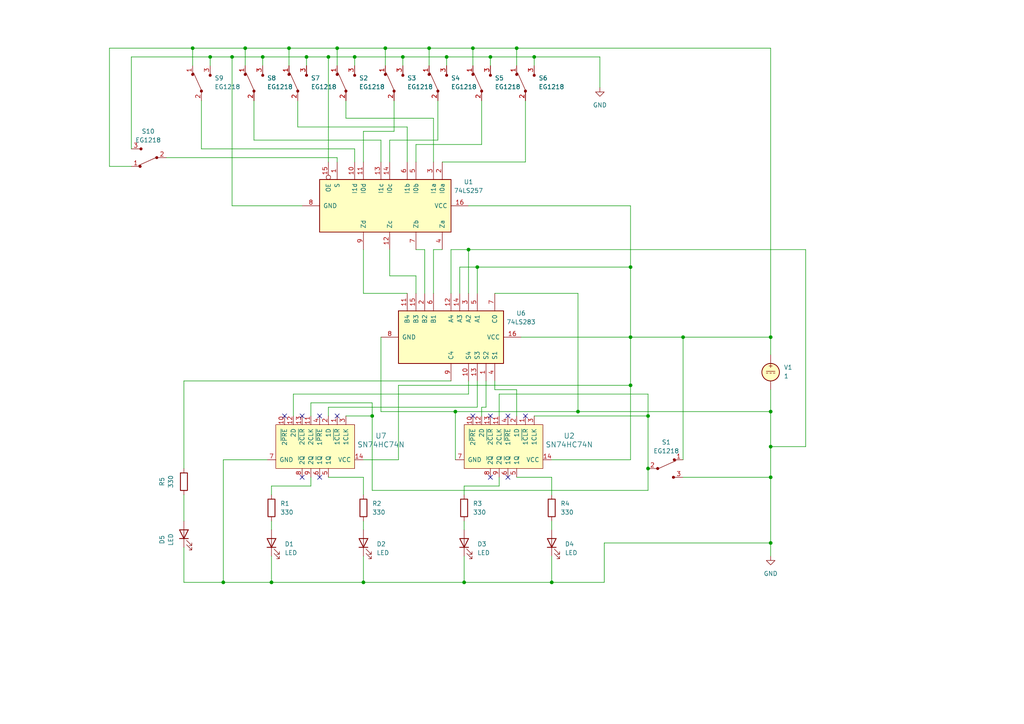
<source format=kicad_sch>
(kicad_sch (version 20230121) (generator eeschema)

  (uuid d153161a-faa1-4c58-bf12-5a7f3ecc0c92)

  (paper "A4")

  (lib_symbols
    (symbol "74xx:74LS257" (pin_names (offset 1.016)) (in_bom yes) (on_board yes)
      (property "Reference" "U" (at -7.62 19.05 0)
        (effects (font (size 1.27 1.27)))
      )
      (property "Value" "74LS257" (at -7.62 -21.59 0)
        (effects (font (size 1.27 1.27)))
      )
      (property "Footprint" "" (at 0 0 0)
        (effects (font (size 1.27 1.27)) hide)
      )
      (property "Datasheet" "http://www.ti.com/lit/gpn/sn74LS257" (at 0 0 0)
        (effects (font (size 1.27 1.27)) hide)
      )
      (property "ki_locked" "" (at 0 0 0)
        (effects (font (size 1.27 1.27)))
      )
      (property "ki_keywords" "TTL MUX MUX2" (at 0 0 0)
        (effects (font (size 1.27 1.27)) hide)
      )
      (property "ki_description" "Quad 2 to 1 Multiplexer" (at 0 0 0)
        (effects (font (size 1.27 1.27)) hide)
      )
      (property "ki_fp_filters" "DIP?16*" (at 0 0 0)
        (effects (font (size 1.27 1.27)) hide)
      )
      (symbol "74LS257_1_0"
        (pin input line (at -12.7 -15.24 0) (length 5.08)
          (name "S" (effects (font (size 1.27 1.27))))
          (number "1" (effects (font (size 1.27 1.27))))
        )
        (pin input line (at -12.7 -10.16 0) (length 5.08)
          (name "I1d" (effects (font (size 1.27 1.27))))
          (number "10" (effects (font (size 1.27 1.27))))
        )
        (pin input line (at -12.7 -7.62 0) (length 5.08)
          (name "I0d" (effects (font (size 1.27 1.27))))
          (number "11" (effects (font (size 1.27 1.27))))
        )
        (pin tri_state line (at 12.7 0 180) (length 5.08)
          (name "Zc" (effects (font (size 1.27 1.27))))
          (number "12" (effects (font (size 1.27 1.27))))
        )
        (pin input line (at -12.7 -2.54 0) (length 5.08)
          (name "I1c" (effects (font (size 1.27 1.27))))
          (number "13" (effects (font (size 1.27 1.27))))
        )
        (pin input line (at -12.7 0 0) (length 5.08)
          (name "I0c" (effects (font (size 1.27 1.27))))
          (number "14" (effects (font (size 1.27 1.27))))
        )
        (pin input inverted (at -12.7 -17.78 0) (length 5.08)
          (name "OE" (effects (font (size 1.27 1.27))))
          (number "15" (effects (font (size 1.27 1.27))))
        )
        (pin power_in line (at 0 22.86 270) (length 5.08)
          (name "VCC" (effects (font (size 1.27 1.27))))
          (number "16" (effects (font (size 1.27 1.27))))
        )
        (pin input line (at -12.7 15.24 0) (length 5.08)
          (name "I0a" (effects (font (size 1.27 1.27))))
          (number "2" (effects (font (size 1.27 1.27))))
        )
        (pin input line (at -12.7 12.7 0) (length 5.08)
          (name "I1a" (effects (font (size 1.27 1.27))))
          (number "3" (effects (font (size 1.27 1.27))))
        )
        (pin tri_state line (at 12.7 15.24 180) (length 5.08)
          (name "Za" (effects (font (size 1.27 1.27))))
          (number "4" (effects (font (size 1.27 1.27))))
        )
        (pin input line (at -12.7 7.62 0) (length 5.08)
          (name "I0b" (effects (font (size 1.27 1.27))))
          (number "5" (effects (font (size 1.27 1.27))))
        )
        (pin input line (at -12.7 5.08 0) (length 5.08)
          (name "I1b" (effects (font (size 1.27 1.27))))
          (number "6" (effects (font (size 1.27 1.27))))
        )
        (pin tri_state line (at 12.7 7.62 180) (length 5.08)
          (name "Zb" (effects (font (size 1.27 1.27))))
          (number "7" (effects (font (size 1.27 1.27))))
        )
        (pin power_in line (at 0 -25.4 90) (length 5.08)
          (name "GND" (effects (font (size 1.27 1.27))))
          (number "8" (effects (font (size 1.27 1.27))))
        )
        (pin tri_state line (at 12.7 -7.62 180) (length 5.08)
          (name "Zd" (effects (font (size 1.27 1.27))))
          (number "9" (effects (font (size 1.27 1.27))))
        )
      )
      (symbol "74LS257_1_1"
        (rectangle (start -7.62 17.78) (end 7.62 -20.32)
          (stroke (width 0.254) (type default))
          (fill (type background))
        )
      )
    )
    (symbol "74xx:74LS283" (pin_names (offset 1.016)) (in_bom yes) (on_board yes)
      (property "Reference" "U" (at -7.62 16.51 0)
        (effects (font (size 1.27 1.27)))
      )
      (property "Value" "74LS283" (at -7.62 -16.51 0)
        (effects (font (size 1.27 1.27)))
      )
      (property "Footprint" "" (at 0 0 0)
        (effects (font (size 1.27 1.27)) hide)
      )
      (property "Datasheet" "http://www.ti.com/lit/gpn/sn74LS283" (at 0 0 0)
        (effects (font (size 1.27 1.27)) hide)
      )
      (property "ki_locked" "" (at 0 0 0)
        (effects (font (size 1.27 1.27)))
      )
      (property "ki_keywords" "TTL ADD Arith ALU" (at 0 0 0)
        (effects (font (size 1.27 1.27)) hide)
      )
      (property "ki_description" "4-bit full Adder" (at 0 0 0)
        (effects (font (size 1.27 1.27)) hide)
      )
      (property "ki_fp_filters" "DIP?16*" (at 0 0 0)
        (effects (font (size 1.27 1.27)) hide)
      )
      (symbol "74LS283_1_0"
        (pin output line (at 12.7 10.16 180) (length 5.08)
          (name "S2" (effects (font (size 1.27 1.27))))
          (number "1" (effects (font (size 1.27 1.27))))
        )
        (pin output line (at 12.7 5.08 180) (length 5.08)
          (name "S4" (effects (font (size 1.27 1.27))))
          (number "10" (effects (font (size 1.27 1.27))))
        )
        (pin input line (at -12.7 -12.7 0) (length 5.08)
          (name "B4" (effects (font (size 1.27 1.27))))
          (number "11" (effects (font (size 1.27 1.27))))
        )
        (pin input line (at -12.7 0 0) (length 5.08)
          (name "A4" (effects (font (size 1.27 1.27))))
          (number "12" (effects (font (size 1.27 1.27))))
        )
        (pin output line (at 12.7 7.62 180) (length 5.08)
          (name "S3" (effects (font (size 1.27 1.27))))
          (number "13" (effects (font (size 1.27 1.27))))
        )
        (pin input line (at -12.7 2.54 0) (length 5.08)
          (name "A3" (effects (font (size 1.27 1.27))))
          (number "14" (effects (font (size 1.27 1.27))))
        )
        (pin input line (at -12.7 -10.16 0) (length 5.08)
          (name "B3" (effects (font (size 1.27 1.27))))
          (number "15" (effects (font (size 1.27 1.27))))
        )
        (pin power_in line (at 0 20.32 270) (length 5.08)
          (name "VCC" (effects (font (size 1.27 1.27))))
          (number "16" (effects (font (size 1.27 1.27))))
        )
        (pin input line (at -12.7 -7.62 0) (length 5.08)
          (name "B2" (effects (font (size 1.27 1.27))))
          (number "2" (effects (font (size 1.27 1.27))))
        )
        (pin input line (at -12.7 5.08 0) (length 5.08)
          (name "A2" (effects (font (size 1.27 1.27))))
          (number "3" (effects (font (size 1.27 1.27))))
        )
        (pin output line (at 12.7 12.7 180) (length 5.08)
          (name "S1" (effects (font (size 1.27 1.27))))
          (number "4" (effects (font (size 1.27 1.27))))
        )
        (pin input line (at -12.7 7.62 0) (length 5.08)
          (name "A1" (effects (font (size 1.27 1.27))))
          (number "5" (effects (font (size 1.27 1.27))))
        )
        (pin input line (at -12.7 -5.08 0) (length 5.08)
          (name "B1" (effects (font (size 1.27 1.27))))
          (number "6" (effects (font (size 1.27 1.27))))
        )
        (pin input line (at -12.7 12.7 0) (length 5.08)
          (name "C0" (effects (font (size 1.27 1.27))))
          (number "7" (effects (font (size 1.27 1.27))))
        )
        (pin power_in line (at 0 -20.32 90) (length 5.08)
          (name "GND" (effects (font (size 1.27 1.27))))
          (number "8" (effects (font (size 1.27 1.27))))
        )
        (pin output line (at 12.7 0 180) (length 5.08)
          (name "C4" (effects (font (size 1.27 1.27))))
          (number "9" (effects (font (size 1.27 1.27))))
        )
      )
      (symbol "74LS283_1_1"
        (rectangle (start -7.62 15.24) (end 7.62 -15.24)
          (stroke (width 0.254) (type default))
          (fill (type background))
        )
      )
    )
    (symbol "Device:LED" (pin_numbers hide) (pin_names (offset 1.016) hide) (in_bom yes) (on_board yes)
      (property "Reference" "D" (at 0 2.54 0)
        (effects (font (size 1.27 1.27)))
      )
      (property "Value" "LED" (at 0 -2.54 0)
        (effects (font (size 1.27 1.27)))
      )
      (property "Footprint" "" (at 0 0 0)
        (effects (font (size 1.27 1.27)) hide)
      )
      (property "Datasheet" "~" (at 0 0 0)
        (effects (font (size 1.27 1.27)) hide)
      )
      (property "ki_keywords" "LED diode" (at 0 0 0)
        (effects (font (size 1.27 1.27)) hide)
      )
      (property "ki_description" "Light emitting diode" (at 0 0 0)
        (effects (font (size 1.27 1.27)) hide)
      )
      (property "ki_fp_filters" "LED* LED_SMD:* LED_THT:*" (at 0 0 0)
        (effects (font (size 1.27 1.27)) hide)
      )
      (symbol "LED_0_1"
        (polyline
          (pts
            (xy -1.27 -1.27)
            (xy -1.27 1.27)
          )
          (stroke (width 0.254) (type default))
          (fill (type none))
        )
        (polyline
          (pts
            (xy -1.27 0)
            (xy 1.27 0)
          )
          (stroke (width 0) (type default))
          (fill (type none))
        )
        (polyline
          (pts
            (xy 1.27 -1.27)
            (xy 1.27 1.27)
            (xy -1.27 0)
            (xy 1.27 -1.27)
          )
          (stroke (width 0.254) (type default))
          (fill (type none))
        )
        (polyline
          (pts
            (xy -3.048 -0.762)
            (xy -4.572 -2.286)
            (xy -3.81 -2.286)
            (xy -4.572 -2.286)
            (xy -4.572 -1.524)
          )
          (stroke (width 0) (type default))
          (fill (type none))
        )
        (polyline
          (pts
            (xy -1.778 -0.762)
            (xy -3.302 -2.286)
            (xy -2.54 -2.286)
            (xy -3.302 -2.286)
            (xy -3.302 -1.524)
          )
          (stroke (width 0) (type default))
          (fill (type none))
        )
      )
      (symbol "LED_1_1"
        (pin passive line (at -3.81 0 0) (length 2.54)
          (name "K" (effects (font (size 1.27 1.27))))
          (number "1" (effects (font (size 1.27 1.27))))
        )
        (pin passive line (at 3.81 0 180) (length 2.54)
          (name "A" (effects (font (size 1.27 1.27))))
          (number "2" (effects (font (size 1.27 1.27))))
        )
      )
    )
    (symbol "Device:R" (pin_numbers hide) (pin_names (offset 0)) (in_bom yes) (on_board yes)
      (property "Reference" "R" (at 2.032 0 90)
        (effects (font (size 1.27 1.27)))
      )
      (property "Value" "R" (at 0 0 90)
        (effects (font (size 1.27 1.27)))
      )
      (property "Footprint" "" (at -1.778 0 90)
        (effects (font (size 1.27 1.27)) hide)
      )
      (property "Datasheet" "~" (at 0 0 0)
        (effects (font (size 1.27 1.27)) hide)
      )
      (property "ki_keywords" "R res resistor" (at 0 0 0)
        (effects (font (size 1.27 1.27)) hide)
      )
      (property "ki_description" "Resistor" (at 0 0 0)
        (effects (font (size 1.27 1.27)) hide)
      )
      (property "ki_fp_filters" "R_*" (at 0 0 0)
        (effects (font (size 1.27 1.27)) hide)
      )
      (symbol "R_0_1"
        (rectangle (start -1.016 -2.54) (end 1.016 2.54)
          (stroke (width 0.254) (type default))
          (fill (type none))
        )
      )
      (symbol "R_1_1"
        (pin passive line (at 0 3.81 270) (length 1.27)
          (name "~" (effects (font (size 1.27 1.27))))
          (number "1" (effects (font (size 1.27 1.27))))
        )
        (pin passive line (at 0 -3.81 90) (length 1.27)
          (name "~" (effects (font (size 1.27 1.27))))
          (number "2" (effects (font (size 1.27 1.27))))
        )
      )
    )
    (symbol "Simulation_SPICE:VDC" (pin_numbers hide) (pin_names (offset 0.0254)) (in_bom yes) (on_board yes)
      (property "Reference" "V" (at 2.54 2.54 0)
        (effects (font (size 1.27 1.27)) (justify left))
      )
      (property "Value" "1" (at 2.54 0 0)
        (effects (font (size 1.27 1.27)) (justify left))
      )
      (property "Footprint" "" (at 0 0 0)
        (effects (font (size 1.27 1.27)) hide)
      )
      (property "Datasheet" "~" (at 0 0 0)
        (effects (font (size 1.27 1.27)) hide)
      )
      (property "Sim.Pins" "1=+ 2=-" (at 0 0 0)
        (effects (font (size 1.27 1.27)) hide)
      )
      (property "Sim.Type" "DC" (at 0 0 0)
        (effects (font (size 1.27 1.27)) hide)
      )
      (property "Sim.Device" "V" (at 0 0 0)
        (effects (font (size 1.27 1.27)) (justify left) hide)
      )
      (property "ki_keywords" "simulation" (at 0 0 0)
        (effects (font (size 1.27 1.27)) hide)
      )
      (property "ki_description" "Voltage source, DC" (at 0 0 0)
        (effects (font (size 1.27 1.27)) hide)
      )
      (symbol "VDC_0_0"
        (polyline
          (pts
            (xy -1.27 0.254)
            (xy 1.27 0.254)
          )
          (stroke (width 0) (type default))
          (fill (type none))
        )
        (polyline
          (pts
            (xy -0.762 -0.254)
            (xy -1.27 -0.254)
          )
          (stroke (width 0) (type default))
          (fill (type none))
        )
        (polyline
          (pts
            (xy 0.254 -0.254)
            (xy -0.254 -0.254)
          )
          (stroke (width 0) (type default))
          (fill (type none))
        )
        (polyline
          (pts
            (xy 1.27 -0.254)
            (xy 0.762 -0.254)
          )
          (stroke (width 0) (type default))
          (fill (type none))
        )
        (text "+" (at 0 1.905 0)
          (effects (font (size 1.27 1.27)))
        )
      )
      (symbol "VDC_0_1"
        (circle (center 0 0) (radius 2.54)
          (stroke (width 0.254) (type default))
          (fill (type background))
        )
      )
      (symbol "VDC_1_1"
        (pin passive line (at 0 5.08 270) (length 2.54)
          (name "~" (effects (font (size 1.27 1.27))))
          (number "1" (effects (font (size 1.27 1.27))))
        )
        (pin passive line (at 0 -5.08 90) (length 2.54)
          (name "~" (effects (font (size 1.27 1.27))))
          (number "2" (effects (font (size 1.27 1.27))))
        )
      )
    )
    (symbol "dk_Logic-Flip-Flops:SN74HC74N" (pin_names (offset 1.016)) (in_bom yes) (on_board yes)
      (property "Reference" "U" (at -6.35 11.43 0)
        (effects (font (size 1.524 1.524)))
      )
      (property "Value" "SN74HC74N" (at -2.54 13.97 0)
        (effects (font (size 1.524 1.524)) (justify right))
      )
      (property "Footprint" "digikey-footprints:DIP-14_W3mm" (at 5.08 5.08 0)
        (effects (font (size 1.524 1.524)) (justify left) hide)
      )
      (property "Datasheet" "http://www.ti.com/general/docs/suppproductinfo.tsp?distId=10&gotoUrl=http%3A%2F%2Fwww.ti.com%2Flit%2Fgpn%2Fsn74hc74" (at 5.08 7.62 0)
        (effects (font (size 1.524 1.524)) (justify left) hide)
      )
      (property "Digi-Key_PN" "296-1602-5-ND" (at 5.08 10.16 0)
        (effects (font (size 1.524 1.524)) (justify left) hide)
      )
      (property "MPN" "SN74HC74N" (at 5.08 12.7 0)
        (effects (font (size 1.524 1.524)) (justify left) hide)
      )
      (property "Category" "Integrated Circuits (ICs)" (at 5.08 15.24 0)
        (effects (font (size 1.524 1.524)) (justify left) hide)
      )
      (property "Family" "Logic - Flip Flops" (at 5.08 17.78 0)
        (effects (font (size 1.524 1.524)) (justify left) hide)
      )
      (property "DK_Datasheet_Link" "http://www.ti.com/general/docs/suppproductinfo.tsp?distId=10&gotoUrl=http%3A%2F%2Fwww.ti.com%2Flit%2Fgpn%2Fsn74hc74" (at 5.08 20.32 0)
        (effects (font (size 1.524 1.524)) (justify left) hide)
      )
      (property "DK_Detail_Page" "/product-detail/en/texas-instruments/SN74HC74N/296-1602-5-ND/277248" (at 5.08 22.86 0)
        (effects (font (size 1.524 1.524)) (justify left) hide)
      )
      (property "Description" "IC FF D-TYPE DUAL 1BIT 14DIP" (at 5.08 25.4 0)
        (effects (font (size 1.524 1.524)) (justify left) hide)
      )
      (property "Manufacturer" "Texas Instruments" (at 5.08 27.94 0)
        (effects (font (size 1.524 1.524)) (justify left) hide)
      )
      (property "Status" "Active" (at 5.08 30.48 0)
        (effects (font (size 1.524 1.524)) (justify left) hide)
      )
      (property "ki_keywords" "296-1602-5-ND 74HC" (at 0 0 0)
        (effects (font (size 1.27 1.27)) hide)
      )
      (property "ki_description" "IC FF D-TYPE DUAL 1BIT 14DIP" (at 0 0 0)
        (effects (font (size 1.27 1.27)) hide)
      )
      (symbol "SN74HC74N_0_1"
        (rectangle (start -7.62 10.16) (end 5.08 -12.7)
          (stroke (width 0) (type solid))
          (fill (type background))
        )
      )
      (symbol "SN74HC74N_1_1"
        (pin input line (at -10.16 5.08 0) (length 2.54)
          (name "1~{CLR}" (effects (font (size 1.27 1.27))))
          (number "1" (effects (font (size 1.27 1.27))))
        )
        (pin input line (at -10.16 -10.16 0) (length 2.54)
          (name "2~{PRE}" (effects (font (size 1.27 1.27))))
          (number "10" (effects (font (size 1.27 1.27))))
        )
        (pin input line (at -10.16 -2.54 0) (length 2.54)
          (name "2CLK" (effects (font (size 1.27 1.27))))
          (number "11" (effects (font (size 1.27 1.27))))
        )
        (pin input line (at -10.16 -7.62 0) (length 2.54)
          (name "2D" (effects (font (size 1.27 1.27))))
          (number "12" (effects (font (size 1.27 1.27))))
        )
        (pin input line (at -10.16 -5.08 0) (length 2.54)
          (name "2~{CLR}" (effects (font (size 1.27 1.27))))
          (number "13" (effects (font (size 1.27 1.27))))
        )
        (pin power_in line (at 2.54 12.7 270) (length 2.54)
          (name "VCC" (effects (font (size 1.27 1.27))))
          (number "14" (effects (font (size 1.27 1.27))))
        )
        (pin input line (at -10.16 2.54 0) (length 2.54)
          (name "1D" (effects (font (size 1.27 1.27))))
          (number "2" (effects (font (size 1.27 1.27))))
        )
        (pin input line (at -10.16 7.62 0) (length 2.54)
          (name "1CLK" (effects (font (size 1.27 1.27))))
          (number "3" (effects (font (size 1.27 1.27))))
        )
        (pin input line (at -10.16 0 0) (length 2.54)
          (name "1~{PRE}" (effects (font (size 1.27 1.27))))
          (number "4" (effects (font (size 1.27 1.27))))
        )
        (pin output line (at 7.62 2.54 180) (length 2.54)
          (name "1Q" (effects (font (size 1.27 1.27))))
          (number "5" (effects (font (size 1.27 1.27))))
        )
        (pin output line (at 7.62 0 180) (length 2.54)
          (name "1~{Q}" (effects (font (size 1.27 1.27))))
          (number "6" (effects (font (size 1.27 1.27))))
        )
        (pin power_in line (at 2.54 -15.24 90) (length 2.54)
          (name "GND" (effects (font (size 1.27 1.27))))
          (number "7" (effects (font (size 1.27 1.27))))
        )
        (pin output line (at 7.62 -5.08 180) (length 2.54)
          (name "2~{Q}" (effects (font (size 1.27 1.27))))
          (number "8" (effects (font (size 1.27 1.27))))
        )
        (pin output line (at 7.62 -2.54 180) (length 2.54)
          (name "2Q" (effects (font (size 1.27 1.27))))
          (number "9" (effects (font (size 1.27 1.27))))
        )
      )
    )
    (symbol "dk_Slide-Switches:EG1218" (pin_names (offset 0)) (in_bom yes) (on_board yes)
      (property "Reference" "S" (at -3.81 2.286 0)
        (effects (font (size 1.27 1.27)))
      )
      (property "Value" "EG1218" (at 0 -5.334 0)
        (effects (font (size 1.27 1.27)))
      )
      (property "Footprint" "digikey-footprints:Switch_Slide_11.6x4mm_EG1218" (at 5.08 5.08 0)
        (effects (font (size 1.27 1.27)) (justify left) hide)
      )
      (property "Datasheet" "http://spec_sheets.e-switch.com/specs/P040040.pdf" (at 5.08 7.62 0)
        (effects (font (size 1.524 1.524)) (justify left) hide)
      )
      (property "Digi-Key_PN" "EG1903-ND" (at 5.08 10.16 0)
        (effects (font (size 1.524 1.524)) (justify left) hide)
      )
      (property "MPN" "EG1218" (at 5.08 12.7 0)
        (effects (font (size 1.524 1.524)) (justify left) hide)
      )
      (property "Category" "Switches" (at 5.08 15.24 0)
        (effects (font (size 1.524 1.524)) (justify left) hide)
      )
      (property "Family" "Slide Switches" (at 5.08 17.78 0)
        (effects (font (size 1.524 1.524)) (justify left) hide)
      )
      (property "DK_Datasheet_Link" "http://spec_sheets.e-switch.com/specs/P040040.pdf" (at 5.08 20.32 0)
        (effects (font (size 1.524 1.524)) (justify left) hide)
      )
      (property "DK_Detail_Page" "/product-detail/en/e-switch/EG1218/EG1903-ND/101726" (at 5.08 22.86 0)
        (effects (font (size 1.524 1.524)) (justify left) hide)
      )
      (property "Description" "SWITCH SLIDE SPDT 200MA 30V" (at 5.08 25.4 0)
        (effects (font (size 1.524 1.524)) (justify left) hide)
      )
      (property "Manufacturer" "E-Switch" (at 5.08 27.94 0)
        (effects (font (size 1.524 1.524)) (justify left) hide)
      )
      (property "Status" "Active" (at 5.08 30.48 0)
        (effects (font (size 1.524 1.524)) (justify left) hide)
      )
      (property "ki_keywords" "EG1903-ND EG" (at 0 0 0)
        (effects (font (size 1.27 1.27)) hide)
      )
      (property "ki_description" "SWITCH SLIDE SPDT 200MA 30V" (at 0 0 0)
        (effects (font (size 1.27 1.27)) hide)
      )
      (symbol "EG1218_0_1"
        (circle (center -2.286 0) (radius 0.3556)
          (stroke (width 0) (type solid))
          (fill (type outline))
        )
        (polyline
          (pts
            (xy -2.032 0)
            (xy 3.048 2.286)
          )
          (stroke (width 0) (type solid))
          (fill (type none))
        )
        (circle (center 2.286 -2.54) (radius 0.3556)
          (stroke (width 0) (type solid))
          (fill (type outline))
        )
        (circle (center 2.54 2.54) (radius 0.3556)
          (stroke (width 0) (type solid))
          (fill (type outline))
        )
      )
      (symbol "EG1218_1_1"
        (pin passive line (at 5.08 2.54 180) (length 2.54)
          (name "~" (effects (font (size 1.27 1.27))))
          (number "1" (effects (font (size 1.27 1.27))))
        )
        (pin passive line (at -5.08 0 0) (length 2.54)
          (name "~" (effects (font (size 1.27 1.27))))
          (number "2" (effects (font (size 1.27 1.27))))
        )
        (pin passive line (at 5.08 -2.54 180) (length 2.54)
          (name "~" (effects (font (size 1.27 1.27))))
          (number "3" (effects (font (size 1.27 1.27))))
        )
      )
    )
    (symbol "power:GND" (power) (pin_names (offset 0)) (in_bom yes) (on_board yes)
      (property "Reference" "#PWR" (at 0 -6.35 0)
        (effects (font (size 1.27 1.27)) hide)
      )
      (property "Value" "GND" (at 0 -3.81 0)
        (effects (font (size 1.27 1.27)))
      )
      (property "Footprint" "" (at 0 0 0)
        (effects (font (size 1.27 1.27)) hide)
      )
      (property "Datasheet" "" (at 0 0 0)
        (effects (font (size 1.27 1.27)) hide)
      )
      (property "ki_keywords" "global power" (at 0 0 0)
        (effects (font (size 1.27 1.27)) hide)
      )
      (property "ki_description" "Power symbol creates a global label with name \"GND\" , ground" (at 0 0 0)
        (effects (font (size 1.27 1.27)) hide)
      )
      (symbol "GND_0_1"
        (polyline
          (pts
            (xy 0 0)
            (xy 0 -1.27)
            (xy 1.27 -1.27)
            (xy 0 -2.54)
            (xy -1.27 -1.27)
            (xy 0 -1.27)
          )
          (stroke (width 0) (type default))
          (fill (type none))
        )
      )
      (symbol "GND_1_1"
        (pin power_in line (at 0 0 270) (length 0) hide
          (name "GND" (effects (font (size 1.27 1.27))))
          (number "1" (effects (font (size 1.27 1.27))))
        )
      )
    )
  )

  (junction (at 111.76 13.97) (diameter 0) (color 0 0 0 0)
    (uuid 007593e4-dfcc-48bb-ae73-8d311ac32289)
  )
  (junction (at 182.88 97.79) (diameter 0) (color 0 0 0 0)
    (uuid 030388d7-2f80-4487-b313-c67e72d51140)
  )
  (junction (at 107.95 120.65) (diameter 0) (color 0 0 0 0)
    (uuid 033215fd-3cdb-40a5-b0e1-58a1dc853d8e)
  )
  (junction (at 116.84 16.51) (diameter 0) (color 0 0 0 0)
    (uuid 096110c5-9d4e-438d-84f1-b3cdb6afdb94)
  )
  (junction (at 182.88 111.76) (diameter 0) (color 0 0 0 0)
    (uuid 0f64adcf-0dbf-4596-9e08-ab8c6810003b)
  )
  (junction (at 83.82 13.97) (diameter 0) (color 0 0 0 0)
    (uuid 0fef3415-6cd6-4faf-8dbc-32253a73c9f4)
  )
  (junction (at 182.88 77.47) (diameter 0) (color 0 0 0 0)
    (uuid 1e61927d-5750-4856-ae43-3c916e6c31f3)
  )
  (junction (at 60.96 16.51) (diameter 0) (color 0 0 0 0)
    (uuid 237b658d-6b0d-4476-86a9-faa18f5bd55a)
  )
  (junction (at 129.54 16.51) (diameter 0) (color 0 0 0 0)
    (uuid 3ec1757a-2f5d-405c-a2cd-3e4f6be3d8be)
  )
  (junction (at 132.08 119.38) (diameter 0) (color 0 0 0 0)
    (uuid 58e422f5-8244-4c97-9cc8-77e671a8350b)
  )
  (junction (at 149.86 13.97) (diameter 0) (color 0 0 0 0)
    (uuid 5b11a0fb-e9ad-4243-98d8-122255c981a7)
  )
  (junction (at 187.96 120.65) (diameter 0) (color 0 0 0 0)
    (uuid 60401292-d567-491b-8dba-155026903a28)
  )
  (junction (at 138.43 77.47) (diameter 0) (color 0 0 0 0)
    (uuid 647a4d70-532b-422a-ae9c-061da514fc70)
  )
  (junction (at 223.52 129.54) (diameter 0) (color 0 0 0 0)
    (uuid 6ac3d727-aff2-45b1-937b-66c516e2d4f2)
  )
  (junction (at 187.96 135.89) (diameter 0) (color 0 0 0 0)
    (uuid 6fcff211-b7ac-4109-a5fb-e8738c2b60eb)
  )
  (junction (at 64.77 168.91) (diameter 0) (color 0 0 0 0)
    (uuid 71468cdb-69c2-4894-a0ed-0bb09be4b828)
  )
  (junction (at 135.89 72.39) (diameter 0) (color 0 0 0 0)
    (uuid 785eaded-0643-4545-9186-80c75c173480)
  )
  (junction (at 160.02 168.91) (diameter 0) (color 0 0 0 0)
    (uuid 7ff1bfdd-a0ba-4b0a-b1b3-27e579ce0ec2)
  )
  (junction (at 124.46 13.97) (diameter 0) (color 0 0 0 0)
    (uuid 846e965d-c4e4-43e3-b600-8653d1f85fb2)
  )
  (junction (at 76.2 16.51) (diameter 0) (color 0 0 0 0)
    (uuid 89360f03-c932-44c3-91c8-f6b46543a025)
  )
  (junction (at 105.41 168.91) (diameter 0) (color 0 0 0 0)
    (uuid 9607e9bc-52cf-42d0-8744-b8f3d39e355d)
  )
  (junction (at 55.88 13.97) (diameter 0) (color 0 0 0 0)
    (uuid 9d782e37-3035-4611-a105-6b14efae71ab)
  )
  (junction (at 223.52 119.38) (diameter 0) (color 0 0 0 0)
    (uuid 9e53ee49-f1fe-4a47-bad9-0aaf03166ca0)
  )
  (junction (at 223.52 138.43) (diameter 0) (color 0 0 0 0)
    (uuid a3e03066-c7f9-44b3-a202-e324ab4f4302)
  )
  (junction (at 134.62 168.91) (diameter 0) (color 0 0 0 0)
    (uuid a98d9bb3-2a9d-47a1-a26a-5404618a8927)
  )
  (junction (at 95.25 16.51) (diameter 0) (color 0 0 0 0)
    (uuid b1fb5280-1819-4d80-8182-dcd3df123ab5)
  )
  (junction (at 78.74 168.91) (diameter 0) (color 0 0 0 0)
    (uuid b9d2d20d-0522-4935-a99c-2d495312524b)
  )
  (junction (at 137.16 13.97) (diameter 0) (color 0 0 0 0)
    (uuid bc516bd1-1a2e-4de1-be86-a48eb972d642)
  )
  (junction (at 67.31 16.51) (diameter 0) (color 0 0 0 0)
    (uuid c50b4a1a-175e-468e-9f96-fba750044668)
  )
  (junction (at 142.24 16.51) (diameter 0) (color 0 0 0 0)
    (uuid cd0942e4-a3c8-44a2-9a86-1d3221dc335d)
  )
  (junction (at 71.12 13.97) (diameter 0) (color 0 0 0 0)
    (uuid d242bff0-003e-4d0e-9cb5-4cf9457f29ad)
  )
  (junction (at 88.9 16.51) (diameter 0) (color 0 0 0 0)
    (uuid d702ad79-223d-404e-aa04-6d1186b199a3)
  )
  (junction (at 198.12 97.79) (diameter 0) (color 0 0 0 0)
    (uuid d7ff245a-5254-47e3-a686-8c70741d8b6e)
  )
  (junction (at 154.94 16.51) (diameter 0) (color 0 0 0 0)
    (uuid dcc0a44d-10e0-412b-9825-b6533028ecb0)
  )
  (junction (at 223.52 157.48) (diameter 0) (color 0 0 0 0)
    (uuid e34bc77b-a684-4ab0-9667-9c012dafb4b1)
  )
  (junction (at 167.64 119.38) (diameter 0) (color 0 0 0 0)
    (uuid e9625b86-1ce4-45c8-ade0-0e5341d9dea2)
  )
  (junction (at 102.87 16.51) (diameter 0) (color 0 0 0 0)
    (uuid ef0826e5-360d-4d32-a5ac-b587c6c6ba51)
  )
  (junction (at 97.79 13.97) (diameter 0) (color 0 0 0 0)
    (uuid f6aebda1-1e99-42e5-af62-a2d5e3f08c8e)
  )
  (junction (at 223.52 97.79) (diameter 0) (color 0 0 0 0)
    (uuid f922b31f-bbb0-4ffb-b274-47a16196eb4b)
  )

  (no_connect (at 92.71 120.65) (uuid 2676ba0d-755e-44b4-b38b-2d831f2884ba))
  (no_connect (at 82.55 120.65) (uuid 3948c342-d4f6-4e2d-8b6b-d5adf442f70d))
  (no_connect (at 147.32 138.43) (uuid 5926e299-465e-4989-805b-464af2d1e9c0))
  (no_connect (at 152.4 120.65) (uuid 6dfab412-c799-4d1e-8d5b-5a06735a3325))
  (no_connect (at 137.16 120.65) (uuid 7708763b-9728-4f1e-b4ef-609291fb0aee))
  (no_connect (at 97.79 120.65) (uuid 7e4bffe3-2686-4b97-a8fd-4d9fd729234c))
  (no_connect (at 87.63 138.43) (uuid 9226dced-07c7-41e2-bcaa-15b1c201ee3e))
  (no_connect (at 92.71 138.43) (uuid b08caa5d-6e50-43f0-8c2a-3d3bd3025544))
  (no_connect (at 147.32 120.65) (uuid e5150f81-d8cc-4831-95d5-6dd8afd72d01))
  (no_connect (at 142.24 138.43) (uuid e799c231-02fc-4f67-858b-7f6d8811d52c))
  (no_connect (at 87.63 120.65) (uuid f0dc7e4b-acf5-46cc-b8e8-d5d96abd2432))
  (no_connect (at 142.24 120.65) (uuid f6a79fcd-6a5e-4d88-a68d-064c5c578aaf))

  (wire (pts (xy 143.51 110.49) (xy 143.51 113.03))
    (stroke (width 0) (type default))
    (uuid 01a07350-ba89-4dd5-9555-15354cf5b333)
  )
  (wire (pts (xy 134.62 161.29) (xy 134.62 168.91))
    (stroke (width 0) (type default))
    (uuid 04dd4797-b8a7-4cbb-83b6-6c5a762d1a25)
  )
  (wire (pts (xy 88.9 16.51) (xy 76.2 16.51))
    (stroke (width 0) (type default))
    (uuid 05ccec27-694b-46ca-a5f7-f83375d7fd37)
  )
  (wire (pts (xy 149.86 13.97) (xy 137.16 13.97))
    (stroke (width 0) (type default))
    (uuid 08b61c78-a86e-4034-81d1-b02a14c3ce35)
  )
  (wire (pts (xy 105.41 168.91) (xy 134.62 168.91))
    (stroke (width 0) (type default))
    (uuid 094cd1bd-0758-404e-b14c-b7c1d10fa2dd)
  )
  (wire (pts (xy 143.51 113.03) (xy 149.86 113.03))
    (stroke (width 0) (type default))
    (uuid 09a5938e-e6dd-4d79-8582-4071b3b17d25)
  )
  (wire (pts (xy 128.27 72.39) (xy 125.73 72.39))
    (stroke (width 0) (type default))
    (uuid 0a320d18-8e81-40ff-b9b9-74bfd50ad384)
  )
  (wire (pts (xy 102.87 43.18) (xy 102.87 46.99))
    (stroke (width 0) (type default))
    (uuid 0b854b80-96fc-4d2b-a9e4-c1633e207a2a)
  )
  (wire (pts (xy 53.34 158.75) (xy 53.34 168.91))
    (stroke (width 0) (type default))
    (uuid 0bf6d874-0e63-4a2a-b0df-b2b211ace880)
  )
  (wire (pts (xy 133.35 77.47) (xy 138.43 77.47))
    (stroke (width 0) (type default))
    (uuid 0e99fd1b-76d3-4b1a-8448-03e9b7558ebb)
  )
  (wire (pts (xy 83.82 13.97) (xy 83.82 19.05))
    (stroke (width 0) (type default))
    (uuid 0e9c180f-1359-43f8-96f5-d5b4929f7085)
  )
  (wire (pts (xy 167.64 119.38) (xy 223.52 119.38))
    (stroke (width 0) (type default))
    (uuid 0f5df02f-420f-4b2d-84be-2262e38e553b)
  )
  (wire (pts (xy 152.4 29.21) (xy 152.4 46.99))
    (stroke (width 0) (type default))
    (uuid 107612f1-466e-4a68-ae34-053bc389b548)
  )
  (wire (pts (xy 127 29.21) (xy 127 40.64))
    (stroke (width 0) (type default))
    (uuid 1321b825-1e98-4342-ac06-08086ba04787)
  )
  (wire (pts (xy 233.68 129.54) (xy 223.52 129.54))
    (stroke (width 0) (type default))
    (uuid 1938b545-1b44-4e95-9a7b-e972a53bb93c)
  )
  (wire (pts (xy 137.16 13.97) (xy 124.46 13.97))
    (stroke (width 0) (type default))
    (uuid 1a11bd6f-f133-4977-958e-1ae0f06a8e27)
  )
  (wire (pts (xy 134.62 151.13) (xy 134.62 153.67))
    (stroke (width 0) (type default))
    (uuid 1de5ee50-109c-4c27-8c44-d189da5e345c)
  )
  (wire (pts (xy 53.34 168.91) (xy 64.77 168.91))
    (stroke (width 0) (type default))
    (uuid 1e533eb7-1eec-4b55-9e47-1373539d7ca6)
  )
  (wire (pts (xy 116.84 16.51) (xy 116.84 19.05))
    (stroke (width 0) (type default))
    (uuid 2042d694-1b0a-406a-94de-395336589736)
  )
  (wire (pts (xy 139.7 118.11) (xy 139.7 120.65))
    (stroke (width 0) (type default))
    (uuid 21cc1589-6953-4bd9-bd97-a2bf9554d72f)
  )
  (wire (pts (xy 110.49 119.38) (xy 132.08 119.38))
    (stroke (width 0) (type default))
    (uuid 22921876-75ad-4194-93c0-14c714bdf881)
  )
  (wire (pts (xy 125.73 34.29) (xy 125.73 46.99))
    (stroke (width 0) (type default))
    (uuid 22d42ade-b20c-48a3-b5d3-311d39b63ebd)
  )
  (wire (pts (xy 134.62 140.97) (xy 134.62 143.51))
    (stroke (width 0) (type default))
    (uuid 2305f896-d487-4edf-bf22-537aa226a2c4)
  )
  (wire (pts (xy 187.96 114.3) (xy 187.96 120.65))
    (stroke (width 0) (type default))
    (uuid 235e399d-9f01-4e4a-83b0-f5dd5f136bad)
  )
  (wire (pts (xy 223.52 129.54) (xy 223.52 138.43))
    (stroke (width 0) (type default))
    (uuid 27590ad9-f619-4621-8d73-e29eb70e75c1)
  )
  (wire (pts (xy 78.74 161.29) (xy 78.74 168.91))
    (stroke (width 0) (type default))
    (uuid 28aeac06-a772-4693-9229-5d1294b8f248)
  )
  (wire (pts (xy 223.52 102.87) (xy 223.52 97.79))
    (stroke (width 0) (type default))
    (uuid 297aebc7-ed44-42b6-8fa6-7e72e17f136c)
  )
  (wire (pts (xy 102.87 16.51) (xy 95.25 16.51))
    (stroke (width 0) (type default))
    (uuid 2a0fc5c1-95dc-443b-88b1-42b08bfa05f0)
  )
  (wire (pts (xy 114.3 29.21) (xy 114.3 38.1))
    (stroke (width 0) (type default))
    (uuid 2c34b42a-3b9a-4bc6-9eed-c7f3aec8af91)
  )
  (wire (pts (xy 138.43 110.49) (xy 138.43 118.11))
    (stroke (width 0) (type default))
    (uuid 2db26eb9-3951-4026-a999-5214c21c7f5e)
  )
  (wire (pts (xy 113.03 40.64) (xy 113.03 46.99))
    (stroke (width 0) (type default))
    (uuid 2f0bd6b6-7fc4-467b-889f-bb476f9247e3)
  )
  (wire (pts (xy 105.41 38.1) (xy 105.41 46.99))
    (stroke (width 0) (type default))
    (uuid 2fc14f23-672d-47c0-aead-93068c1feefd)
  )
  (wire (pts (xy 140.97 110.49) (xy 140.97 118.11))
    (stroke (width 0) (type default))
    (uuid 3088a45c-96bd-4bb8-8816-7d403a979e2a)
  )
  (wire (pts (xy 137.16 13.97) (xy 137.16 19.05))
    (stroke (width 0) (type default))
    (uuid 31d6ca6f-ed54-4366-bd8d-43382c73f963)
  )
  (wire (pts (xy 154.94 16.51) (xy 154.94 19.05))
    (stroke (width 0) (type default))
    (uuid 32430eca-12a4-4c72-a144-a0a9404e7bf3)
  )
  (wire (pts (xy 111.76 13.97) (xy 97.79 13.97))
    (stroke (width 0) (type default))
    (uuid 325e314c-b723-48e5-a041-c832e6a9b150)
  )
  (wire (pts (xy 135.89 114.3) (xy 85.09 114.3))
    (stroke (width 0) (type default))
    (uuid 33dd8db4-4469-404d-adf3-5d5b802ff227)
  )
  (wire (pts (xy 105.41 85.09) (xy 118.11 85.09))
    (stroke (width 0) (type default))
    (uuid 371bdc60-54fc-4a5a-893b-fe34b98031b0)
  )
  (wire (pts (xy 100.33 29.21) (xy 100.33 34.29))
    (stroke (width 0) (type default))
    (uuid 39783882-23a0-4c31-a7c1-7e6fb6975b48)
  )
  (wire (pts (xy 90.17 116.84) (xy 107.95 116.84))
    (stroke (width 0) (type default))
    (uuid 3c8ebfd0-f252-4d45-8363-124c8b7584f1)
  )
  (wire (pts (xy 58.42 29.21) (xy 58.42 43.18))
    (stroke (width 0) (type default))
    (uuid 3dd091e5-338d-4964-921b-3015c0906936)
  )
  (wire (pts (xy 90.17 120.65) (xy 90.17 116.84))
    (stroke (width 0) (type default))
    (uuid 3e36740c-b259-4cee-bc75-2d81a41f24d2)
  )
  (wire (pts (xy 135.89 72.39) (xy 233.68 72.39))
    (stroke (width 0) (type default))
    (uuid 3e5313cc-a763-49d3-92ab-068042061da2)
  )
  (wire (pts (xy 198.12 97.79) (xy 198.12 133.35))
    (stroke (width 0) (type default))
    (uuid 3f09c70b-40ab-48e1-89c5-058df3411a45)
  )
  (wire (pts (xy 105.41 138.43) (xy 105.41 143.51))
    (stroke (width 0) (type default))
    (uuid 3f34bd5a-3b76-46c0-a73d-31ac4d9cc010)
  )
  (wire (pts (xy 100.33 34.29) (xy 125.73 34.29))
    (stroke (width 0) (type default))
    (uuid 42cfd526-2f54-4905-9c92-e9ac6a3a67cb)
  )
  (wire (pts (xy 182.88 77.47) (xy 182.88 59.69))
    (stroke (width 0) (type default))
    (uuid 4410e142-4831-40be-9dfd-cf87285dec42)
  )
  (wire (pts (xy 140.97 118.11) (xy 139.7 118.11))
    (stroke (width 0) (type default))
    (uuid 441b9f12-0571-438e-bda9-dfaf2565d0e6)
  )
  (wire (pts (xy 102.87 16.51) (xy 102.87 19.05))
    (stroke (width 0) (type default))
    (uuid 4559315e-3804-46de-8881-32c91a505c39)
  )
  (wire (pts (xy 53.34 143.51) (xy 53.34 151.13))
    (stroke (width 0) (type default))
    (uuid 47444d12-0e64-48a3-972f-487494bca9ac)
  )
  (wire (pts (xy 160.02 138.43) (xy 160.02 143.51))
    (stroke (width 0) (type default))
    (uuid 483d88ac-6af7-442a-aec7-f982c8d2dcb3)
  )
  (wire (pts (xy 107.95 120.65) (xy 100.33 120.65))
    (stroke (width 0) (type default))
    (uuid 4a5a461d-b66f-492e-8a16-1f6ab2c0f7bd)
  )
  (wire (pts (xy 160.02 161.29) (xy 160.02 168.91))
    (stroke (width 0) (type default))
    (uuid 4b09fb3f-a71a-4f65-a800-264fa2b74da2)
  )
  (wire (pts (xy 71.12 13.97) (xy 55.88 13.97))
    (stroke (width 0) (type default))
    (uuid 4c90970d-b6fa-44c2-8d86-af63146d4fac)
  )
  (wire (pts (xy 175.26 157.48) (xy 223.52 157.48))
    (stroke (width 0) (type default))
    (uuid 4d33d4d1-5100-4961-900f-ee04f1c517ab)
  )
  (wire (pts (xy 64.77 168.91) (xy 78.74 168.91))
    (stroke (width 0) (type default))
    (uuid 4d4c2fb0-ec49-4ac1-9b7f-d318658f2639)
  )
  (wire (pts (xy 107.95 142.24) (xy 107.95 120.65))
    (stroke (width 0) (type default))
    (uuid 4e32673a-957e-49f9-967f-b1c7e4ab9bf5)
  )
  (wire (pts (xy 60.96 16.51) (xy 60.96 19.05))
    (stroke (width 0) (type default))
    (uuid 4f2b1227-5af5-47a5-a15a-591f91c979d3)
  )
  (wire (pts (xy 97.79 45.72) (xy 97.79 46.99))
    (stroke (width 0) (type default))
    (uuid 5134c494-2f58-484d-be36-581159c1853d)
  )
  (wire (pts (xy 223.52 119.38) (xy 223.52 129.54))
    (stroke (width 0) (type default))
    (uuid 5159d920-7dd6-4a55-9d27-ba81176ec68a)
  )
  (wire (pts (xy 144.78 114.3) (xy 187.96 114.3))
    (stroke (width 0) (type default))
    (uuid 530ddf82-bb11-4fe4-9a63-301b20893c0a)
  )
  (wire (pts (xy 182.88 133.35) (xy 182.88 111.76))
    (stroke (width 0) (type default))
    (uuid 53869997-1c85-4c7a-8240-c8b385cecbbc)
  )
  (wire (pts (xy 223.52 157.48) (xy 223.52 161.29))
    (stroke (width 0) (type default))
    (uuid 5437759a-3f3c-49de-8344-7b8c1467aef7)
  )
  (wire (pts (xy 88.9 16.51) (xy 88.9 19.05))
    (stroke (width 0) (type default))
    (uuid 55f39a6a-3276-49c0-808f-79368cdf7a72)
  )
  (wire (pts (xy 97.79 13.97) (xy 97.79 19.05))
    (stroke (width 0) (type default))
    (uuid 5659790f-cee4-4549-ab29-b59d33fef6e7)
  )
  (wire (pts (xy 120.65 72.39) (xy 123.19 72.39))
    (stroke (width 0) (type default))
    (uuid 57769409-b822-4df0-a5e4-f0798eb28230)
  )
  (wire (pts (xy 152.4 46.99) (xy 128.27 46.99))
    (stroke (width 0) (type default))
    (uuid 596a0df2-fbca-4a0e-86cb-f7e98e0498d5)
  )
  (wire (pts (xy 73.66 40.64) (xy 110.49 40.64))
    (stroke (width 0) (type default))
    (uuid 5b688fe4-7f3c-42e8-86a8-9c0193300fd5)
  )
  (wire (pts (xy 167.64 85.09) (xy 167.64 119.38))
    (stroke (width 0) (type default))
    (uuid 5e6d2f48-4ead-479b-aed7-1057ab38634a)
  )
  (wire (pts (xy 130.81 110.49) (xy 53.34 110.49))
    (stroke (width 0) (type default))
    (uuid 5ef238ca-e612-47e5-bc5e-f032e56c23c1)
  )
  (wire (pts (xy 95.25 16.51) (xy 88.9 16.51))
    (stroke (width 0) (type default))
    (uuid 601e4686-2e6c-4c47-8616-bdc6f5151d66)
  )
  (wire (pts (xy 124.46 13.97) (xy 124.46 19.05))
    (stroke (width 0) (type default))
    (uuid 6231ad37-7d77-4298-abe3-27195dee222f)
  )
  (wire (pts (xy 105.41 72.39) (xy 105.41 85.09))
    (stroke (width 0) (type default))
    (uuid 62ad8e99-6386-467c-9ac7-1d815ffd704b)
  )
  (wire (pts (xy 182.88 97.79) (xy 151.13 97.79))
    (stroke (width 0) (type default))
    (uuid 632ae728-ae55-4d09-a591-cba3f0f7d504)
  )
  (wire (pts (xy 124.46 13.97) (xy 111.76 13.97))
    (stroke (width 0) (type default))
    (uuid 656df1d3-b196-4c8d-8083-91c4e13808d8)
  )
  (wire (pts (xy 105.41 151.13) (xy 105.41 153.67))
    (stroke (width 0) (type default))
    (uuid 65a9fb1a-f56a-49b2-9510-0e8437fb2939)
  )
  (wire (pts (xy 138.43 77.47) (xy 138.43 85.09))
    (stroke (width 0) (type default))
    (uuid 6732613e-1dc2-40e8-9caa-08e1c9916ef5)
  )
  (wire (pts (xy 38.1 43.18) (xy 38.1 16.51))
    (stroke (width 0) (type default))
    (uuid 67ffa7c7-1b9e-443d-b5d1-6a1173cb1918)
  )
  (wire (pts (xy 135.89 85.09) (xy 135.89 72.39))
    (stroke (width 0) (type default))
    (uuid 68e52ee1-0fb4-4db8-802e-f8935ad9e664)
  )
  (wire (pts (xy 87.63 59.69) (xy 67.31 59.69))
    (stroke (width 0) (type default))
    (uuid 68fe3efc-7f88-4da1-90ac-3acc9c509967)
  )
  (wire (pts (xy 144.78 138.43) (xy 144.78 140.97))
    (stroke (width 0) (type default))
    (uuid 69a0728f-d206-4c67-a05e-079e32700543)
  )
  (wire (pts (xy 223.52 113.03) (xy 223.52 119.38))
    (stroke (width 0) (type default))
    (uuid 6f347991-39da-4ffe-9318-1f2d48e5ab60)
  )
  (wire (pts (xy 76.2 16.51) (xy 76.2 19.05))
    (stroke (width 0) (type default))
    (uuid 6fb9d8ac-6c3d-46d6-87d6-1cc24fd243ce)
  )
  (wire (pts (xy 78.74 168.91) (xy 105.41 168.91))
    (stroke (width 0) (type default))
    (uuid 7024d738-6228-40a1-9780-bcd13a7ad7fd)
  )
  (wire (pts (xy 64.77 133.35) (xy 64.77 168.91))
    (stroke (width 0) (type default))
    (uuid 72497a8b-bc81-4a07-96f9-e33215cc5e1e)
  )
  (wire (pts (xy 173.99 16.51) (xy 154.94 16.51))
    (stroke (width 0) (type default))
    (uuid 725aad30-2440-4dd8-88b7-c806f2471912)
  )
  (wire (pts (xy 132.08 119.38) (xy 167.64 119.38))
    (stroke (width 0) (type default))
    (uuid 73061c06-7af8-4233-9797-cdcfdbe29ee4)
  )
  (wire (pts (xy 149.86 113.03) (xy 149.86 120.65))
    (stroke (width 0) (type default))
    (uuid 74531779-1283-4616-9ab3-d7280ed50870)
  )
  (wire (pts (xy 144.78 120.65) (xy 144.78 114.3))
    (stroke (width 0) (type default))
    (uuid 74e6b9b2-e2d8-4241-bc96-1e029b48c005)
  )
  (wire (pts (xy 90.17 140.97) (xy 78.74 140.97))
    (stroke (width 0) (type default))
    (uuid 75fa2a3a-1a5e-4067-9263-d158ed142286)
  )
  (wire (pts (xy 182.88 97.79) (xy 182.88 77.47))
    (stroke (width 0) (type default))
    (uuid 76041966-98e6-4a9a-931e-412daf817cab)
  )
  (wire (pts (xy 31.75 48.26) (xy 31.75 13.97))
    (stroke (width 0) (type default))
    (uuid 78b06a92-df9f-464b-8868-761140455d4c)
  )
  (wire (pts (xy 198.12 138.43) (xy 223.52 138.43))
    (stroke (width 0) (type default))
    (uuid 78f1a389-27d8-4910-af9e-08b2d9b8e175)
  )
  (wire (pts (xy 38.1 48.26) (xy 31.75 48.26))
    (stroke (width 0) (type default))
    (uuid 7ad8041c-dbca-45cc-b486-c9dc9aa06107)
  )
  (wire (pts (xy 115.57 133.35) (xy 115.57 111.76))
    (stroke (width 0) (type default))
    (uuid 7d802da9-52b6-4dcd-a464-bbdd5d63affb)
  )
  (wire (pts (xy 105.41 133.35) (xy 115.57 133.35))
    (stroke (width 0) (type default))
    (uuid 80c0b8b6-5113-4689-a324-0576e19e4b0b)
  )
  (wire (pts (xy 127 40.64) (xy 113.03 40.64))
    (stroke (width 0) (type default))
    (uuid 816cc1a4-2d50-4fa7-8108-fa26d4b10c3d)
  )
  (wire (pts (xy 110.49 40.64) (xy 110.49 46.99))
    (stroke (width 0) (type default))
    (uuid 873cbe47-2d14-423b-b050-9bf1d3f54053)
  )
  (wire (pts (xy 125.73 72.39) (xy 125.73 85.09))
    (stroke (width 0) (type default))
    (uuid 87dbc0a5-77a0-4129-b7c3-761d9b95cb88)
  )
  (wire (pts (xy 85.09 114.3) (xy 85.09 120.65))
    (stroke (width 0) (type default))
    (uuid 880d654d-fe33-4120-99d6-5a595e3f2498)
  )
  (wire (pts (xy 73.66 29.21) (xy 73.66 40.64))
    (stroke (width 0) (type default))
    (uuid 8914442d-435d-4442-b988-5248d97b0d0e)
  )
  (wire (pts (xy 120.65 80.01) (xy 120.65 85.09))
    (stroke (width 0) (type default))
    (uuid 8defe7d9-41a5-4984-a6e1-11d058043d3f)
  )
  (wire (pts (xy 86.36 29.21) (xy 86.36 36.83))
    (stroke (width 0) (type default))
    (uuid 8e4f2a7e-f3fa-4148-830d-fd416b0fd464)
  )
  (wire (pts (xy 78.74 140.97) (xy 78.74 143.51))
    (stroke (width 0) (type default))
    (uuid 91351ad7-f842-46e7-ae8d-244f50713525)
  )
  (wire (pts (xy 139.7 41.91) (xy 120.65 41.91))
    (stroke (width 0) (type default))
    (uuid 96498d29-96c2-4a56-a997-36716a5807d4)
  )
  (wire (pts (xy 233.68 72.39) (xy 233.68 129.54))
    (stroke (width 0) (type default))
    (uuid 96ed74da-50b7-4ee3-809a-388a61bea408)
  )
  (wire (pts (xy 129.54 16.51) (xy 116.84 16.51))
    (stroke (width 0) (type default))
    (uuid 97779c10-1f45-4f2f-8450-e2055194c359)
  )
  (wire (pts (xy 160.02 151.13) (xy 160.02 153.67))
    (stroke (width 0) (type default))
    (uuid 99ade323-74ca-4f12-8d4d-df893129993c)
  )
  (wire (pts (xy 95.25 138.43) (xy 105.41 138.43))
    (stroke (width 0) (type default))
    (uuid 9cbb6a30-bd6d-45b7-aa83-a84ec51c1c01)
  )
  (wire (pts (xy 90.17 138.43) (xy 90.17 140.97))
    (stroke (width 0) (type default))
    (uuid 9d922f35-de6d-4597-8f55-6351a6bbcea5)
  )
  (wire (pts (xy 31.75 13.97) (xy 55.88 13.97))
    (stroke (width 0) (type default))
    (uuid 9e9d0031-f94c-43b2-a893-ba9b376d7d3f)
  )
  (wire (pts (xy 223.52 13.97) (xy 149.86 13.97))
    (stroke (width 0) (type default))
    (uuid a143bea6-c558-4989-bfeb-5ef9c662e64d)
  )
  (wire (pts (xy 123.19 72.39) (xy 123.19 85.09))
    (stroke (width 0) (type default))
    (uuid a36d8a45-7873-460e-9109-b6416f443037)
  )
  (wire (pts (xy 118.11 36.83) (xy 118.11 46.99))
    (stroke (width 0) (type default))
    (uuid a452da57-1168-4f3c-aa3c-e4c6c20120ab)
  )
  (wire (pts (xy 149.86 138.43) (xy 160.02 138.43))
    (stroke (width 0) (type default))
    (uuid a462e299-b694-43c3-8859-fa87f5a2a16c)
  )
  (wire (pts (xy 138.43 118.11) (xy 95.25 118.11))
    (stroke (width 0) (type default))
    (uuid a500b7d3-291f-400f-83b5-fb27cdd5a826)
  )
  (wire (pts (xy 58.42 43.18) (xy 102.87 43.18))
    (stroke (width 0) (type default))
    (uuid a5d9a6af-7bdf-48fa-9f22-5c2df4b6424c)
  )
  (wire (pts (xy 144.78 140.97) (xy 134.62 140.97))
    (stroke (width 0) (type default))
    (uuid a6c57805-e05b-4e3f-9dda-1a503f8fec2f)
  )
  (wire (pts (xy 67.31 59.69) (xy 67.31 16.51))
    (stroke (width 0) (type default))
    (uuid a7f6b51d-c017-4536-9877-b65a1adf881b)
  )
  (wire (pts (xy 78.74 151.13) (xy 78.74 153.67))
    (stroke (width 0) (type default))
    (uuid a89574d6-6b31-4cc2-9e6a-334a7ccb449f)
  )
  (wire (pts (xy 142.24 16.51) (xy 142.24 19.05))
    (stroke (width 0) (type default))
    (uuid a9098e45-436c-46c3-bbb7-da3c0742ae6e)
  )
  (wire (pts (xy 120.65 41.91) (xy 120.65 46.99))
    (stroke (width 0) (type default))
    (uuid a9810bfa-53c8-441a-9611-850b49d52afc)
  )
  (wire (pts (xy 133.35 85.09) (xy 133.35 77.47))
    (stroke (width 0) (type default))
    (uuid ab005612-2c31-45da-9296-88abb6ac4716)
  )
  (wire (pts (xy 95.25 118.11) (xy 95.25 120.65))
    (stroke (width 0) (type default))
    (uuid add87caf-9e32-45df-896a-0f97c4c85e19)
  )
  (wire (pts (xy 182.88 111.76) (xy 182.88 97.79))
    (stroke (width 0) (type default))
    (uuid b502108c-5759-4a84-8751-ba70fb66a5b0)
  )
  (wire (pts (xy 132.08 119.38) (xy 132.08 133.35))
    (stroke (width 0) (type default))
    (uuid b564077a-2e53-43af-9e45-f105c734246a)
  )
  (wire (pts (xy 107.95 116.84) (xy 107.95 120.65))
    (stroke (width 0) (type default))
    (uuid b64277cb-8cc9-40a3-be87-492c22629089)
  )
  (wire (pts (xy 138.43 77.47) (xy 182.88 77.47))
    (stroke (width 0) (type default))
    (uuid b7320452-d78a-4cd8-91d5-5e12c02004a8)
  )
  (wire (pts (xy 187.96 135.89) (xy 187.96 120.65))
    (stroke (width 0) (type default))
    (uuid b7d71ff7-1998-4825-805f-f8f2c746fc4f)
  )
  (wire (pts (xy 38.1 16.51) (xy 60.96 16.51))
    (stroke (width 0) (type default))
    (uuid bb461f76-81ea-4969-8028-305792592073)
  )
  (wire (pts (xy 114.3 38.1) (xy 105.41 38.1))
    (stroke (width 0) (type default))
    (uuid bd0ffd62-51cc-43de-9a92-867bbaf9a800)
  )
  (wire (pts (xy 160.02 133.35) (xy 182.88 133.35))
    (stroke (width 0) (type default))
    (uuid c11d736f-be9c-4e8e-b41c-8a1ba9e93370)
  )
  (wire (pts (xy 173.99 25.4) (xy 173.99 16.51))
    (stroke (width 0) (type default))
    (uuid c26951c0-bd83-4fbb-8e02-d2703305fb73)
  )
  (wire (pts (xy 187.96 142.24) (xy 107.95 142.24))
    (stroke (width 0) (type default))
    (uuid c47301e2-5f94-42b4-b0ee-fda8e302190e)
  )
  (wire (pts (xy 134.62 168.91) (xy 160.02 168.91))
    (stroke (width 0) (type default))
    (uuid c5361ee3-6710-42b7-afed-b8800a92dd0d)
  )
  (wire (pts (xy 154.94 16.51) (xy 142.24 16.51))
    (stroke (width 0) (type default))
    (uuid c7158989-0c17-49f6-92dc-137600ddad8a)
  )
  (wire (pts (xy 182.88 59.69) (xy 135.89 59.69))
    (stroke (width 0) (type default))
    (uuid cb1a6337-afc0-4138-8cb2-985af681befe)
  )
  (wire (pts (xy 129.54 16.51) (xy 129.54 19.05))
    (stroke (width 0) (type default))
    (uuid d4a4e290-af82-4172-9b67-b9db106748c9)
  )
  (wire (pts (xy 105.41 161.29) (xy 105.41 168.91))
    (stroke (width 0) (type default))
    (uuid d56b9ec5-21be-4b28-9fd3-47ce25d51f89)
  )
  (wire (pts (xy 143.51 85.09) (xy 167.64 85.09))
    (stroke (width 0) (type default))
    (uuid d6655ccf-a259-424d-b292-0f18c1f102a3)
  )
  (wire (pts (xy 135.89 110.49) (xy 135.89 114.3))
    (stroke (width 0) (type default))
    (uuid d83ee7dd-08fd-4e3e-a3a4-7d8c700b1444)
  )
  (wire (pts (xy 142.24 16.51) (xy 129.54 16.51))
    (stroke (width 0) (type default))
    (uuid d850a75a-9ebd-4e0f-9f04-3db1463b6a08)
  )
  (wire (pts (xy 71.12 13.97) (xy 71.12 19.05))
    (stroke (width 0) (type default))
    (uuid d856d790-3477-4ad1-a8dd-d3d9584b27ff)
  )
  (wire (pts (xy 111.76 13.97) (xy 111.76 19.05))
    (stroke (width 0) (type default))
    (uuid d8680628-6ee5-4ae6-afb2-38012819a200)
  )
  (wire (pts (xy 130.81 72.39) (xy 135.89 72.39))
    (stroke (width 0) (type default))
    (uuid d8fe96c1-e3c9-485d-8bb7-8a9f546ace2c)
  )
  (wire (pts (xy 76.2 16.51) (xy 67.31 16.51))
    (stroke (width 0) (type default))
    (uuid db252b60-8f50-439e-961f-dfee7dc69bb6)
  )
  (wire (pts (xy 223.52 97.79) (xy 198.12 97.79))
    (stroke (width 0) (type default))
    (uuid dcf61d61-91a3-42c7-8833-61c45da613d1)
  )
  (wire (pts (xy 113.03 72.39) (xy 113.03 80.01))
    (stroke (width 0) (type default))
    (uuid dde2ba14-5f80-482e-95cd-30a6ff1897f5)
  )
  (wire (pts (xy 198.12 97.79) (xy 182.88 97.79))
    (stroke (width 0) (type default))
    (uuid df69ba8f-7fee-4fd4-9b2b-3cd6ca2eb04b)
  )
  (wire (pts (xy 149.86 13.97) (xy 149.86 19.05))
    (stroke (width 0) (type default))
    (uuid e09fd7f0-a064-4398-ae38-1a79b3e5ec14)
  )
  (wire (pts (xy 160.02 168.91) (xy 175.26 168.91))
    (stroke (width 0) (type default))
    (uuid e4e965f1-3623-4f81-91fb-40c612f2154d)
  )
  (wire (pts (xy 55.88 13.97) (xy 55.88 19.05))
    (stroke (width 0) (type default))
    (uuid e53f0968-a5fb-4598-b6ac-c51efae1e27d)
  )
  (wire (pts (xy 187.96 120.65) (xy 154.94 120.65))
    (stroke (width 0) (type default))
    (uuid e847fb06-48b1-47d9-8c45-827124546ae3)
  )
  (wire (pts (xy 97.79 13.97) (xy 83.82 13.97))
    (stroke (width 0) (type default))
    (uuid ea65bc68-46ca-442b-af9d-2e96b1f61058)
  )
  (wire (pts (xy 110.49 97.79) (xy 110.49 119.38))
    (stroke (width 0) (type default))
    (uuid eb125c3e-3145-4431-a335-9322a8e6e797)
  )
  (wire (pts (xy 83.82 13.97) (xy 71.12 13.97))
    (stroke (width 0) (type default))
    (uuid ec83e297-3de9-4984-bed1-2280ec324075)
  )
  (wire (pts (xy 53.34 110.49) (xy 53.34 135.89))
    (stroke (width 0) (type default))
    (uuid ed272627-34c1-4a43-ad5e-76e88f13c5af)
  )
  (wire (pts (xy 187.96 135.89) (xy 187.96 142.24))
    (stroke (width 0) (type default))
    (uuid ed6368f0-5193-4bb2-9baf-1358c8212bec)
  )
  (wire (pts (xy 139.7 29.21) (xy 139.7 41.91))
    (stroke (width 0) (type default))
    (uuid edbebfc3-91e3-4a9e-b102-1dd843d305dd)
  )
  (wire (pts (xy 48.26 45.72) (xy 97.79 45.72))
    (stroke (width 0) (type default))
    (uuid efc6f86f-6ca7-4a48-8548-fb59423e562b)
  )
  (wire (pts (xy 175.26 168.91) (xy 175.26 157.48))
    (stroke (width 0) (type default))
    (uuid f1ec0d97-be9d-4d07-a70d-c60d6fba8625)
  )
  (wire (pts (xy 130.81 85.09) (xy 130.81 72.39))
    (stroke (width 0) (type default))
    (uuid f21e9753-7585-48c3-a59e-bf92544ccedc)
  )
  (wire (pts (xy 113.03 80.01) (xy 120.65 80.01))
    (stroke (width 0) (type default))
    (uuid f2c20bff-e68a-4c31-b768-d173b59a1b82)
  )
  (wire (pts (xy 115.57 111.76) (xy 182.88 111.76))
    (stroke (width 0) (type default))
    (uuid f42b77f1-ab82-49b5-863a-5a27942e7b9d)
  )
  (wire (pts (xy 95.25 16.51) (xy 95.25 46.99))
    (stroke (width 0) (type default))
    (uuid f484b4fe-a61d-4204-be10-f440bf5b3b17)
  )
  (wire (pts (xy 223.52 138.43) (xy 223.52 157.48))
    (stroke (width 0) (type default))
    (uuid f4e89cb6-bf1b-48c0-ae75-f6e384eb2110)
  )
  (wire (pts (xy 67.31 16.51) (xy 60.96 16.51))
    (stroke (width 0) (type default))
    (uuid f5634d73-3a6c-4905-a5cb-1a232af9c18a)
  )
  (wire (pts (xy 116.84 16.51) (xy 102.87 16.51))
    (stroke (width 0) (type default))
    (uuid f8540eab-fc06-4ec7-9da1-dda6f35b1935)
  )
  (wire (pts (xy 223.52 97.79) (xy 223.52 13.97))
    (stroke (width 0) (type default))
    (uuid f9e79e20-b6a0-4b0e-b446-2c34239975a4)
  )
  (wire (pts (xy 77.47 133.35) (xy 64.77 133.35))
    (stroke (width 0) (type default))
    (uuid fea22ef5-795a-44af-b6d4-29b0b64e3da6)
  )
  (wire (pts (xy 86.36 36.83) (xy 118.11 36.83))
    (stroke (width 0) (type default))
    (uuid fea49cd3-fbab-4090-9202-c1b8a64ec40c)
  )

  (symbol (lib_id "Device:LED") (at 160.02 157.48 90) (unit 1)
    (in_bom yes) (on_board yes) (dnp no) (fields_autoplaced)
    (uuid 049cd7ee-7814-4cc3-b9d6-ca99b6278ee2)
    (property "Reference" "D4" (at 163.83 157.7975 90)
      (effects (font (size 1.27 1.27)) (justify right))
    )
    (property "Value" "LED" (at 163.83 160.3375 90)
      (effects (font (size 1.27 1.27)) (justify right))
    )
    (property "Footprint" "digikey-footprints:LED_5mm_Radial" (at 160.02 157.48 0)
      (effects (font (size 1.27 1.27)) hide)
    )
    (property "Datasheet" "~" (at 160.02 157.48 0)
      (effects (font (size 1.27 1.27)) hide)
    )
    (pin "1" (uuid cbed808c-1bef-4eb3-b9ab-9b10bcc4dfdb))
    (pin "2" (uuid 2cb6d0b1-0f5e-448d-80d9-abe18802352e))
    (instances
      (project "4Bit_Adder"
        (path "/d153161a-faa1-4c58-bf12-5a7f3ecc0c92"
          (reference "D4") (unit 1)
        )
      )
    )
  )

  (symbol (lib_id "dk_Slide-Switches:EG1218") (at 152.4 24.13 90) (unit 1)
    (in_bom yes) (on_board yes) (dnp no) (fields_autoplaced)
    (uuid 063e9dba-c451-4f68-ad32-66ae7211505f)
    (property "Reference" "S6" (at 156.21 22.6568 90)
      (effects (font (size 1.27 1.27)) (justify right))
    )
    (property "Value" "EG1218" (at 156.21 25.1968 90)
      (effects (font (size 1.27 1.27)) (justify right))
    )
    (property "Footprint" "digikey-footprints:Switch_Slide_11.6x4mm_EG1218" (at 147.32 19.05 0)
      (effects (font (size 1.27 1.27)) (justify left) hide)
    )
    (property "Datasheet" "http://spec_sheets.e-switch.com/specs/P040040.pdf" (at 144.78 19.05 0)
      (effects (font (size 1.524 1.524)) (justify left) hide)
    )
    (property "Digi-Key_PN" "EG1903-ND" (at 142.24 19.05 0)
      (effects (font (size 1.524 1.524)) (justify left) hide)
    )
    (property "MPN" "EG1218" (at 139.7 19.05 0)
      (effects (font (size 1.524 1.524)) (justify left) hide)
    )
    (property "Category" "Switches" (at 137.16 19.05 0)
      (effects (font (size 1.524 1.524)) (justify left) hide)
    )
    (property "Family" "Slide Switches" (at 134.62 19.05 0)
      (effects (font (size 1.524 1.524)) (justify left) hide)
    )
    (property "DK_Datasheet_Link" "http://spec_sheets.e-switch.com/specs/P040040.pdf" (at 132.08 19.05 0)
      (effects (font (size 1.524 1.524)) (justify left) hide)
    )
    (property "DK_Detail_Page" "/product-detail/en/e-switch/EG1218/EG1903-ND/101726" (at 129.54 19.05 0)
      (effects (font (size 1.524 1.524)) (justify left) hide)
    )
    (property "Description" "SWITCH SLIDE SPDT 200MA 30V" (at 127 19.05 0)
      (effects (font (size 1.524 1.524)) (justify left) hide)
    )
    (property "Manufacturer" "E-Switch" (at 124.46 19.05 0)
      (effects (font (size 1.524 1.524)) (justify left) hide)
    )
    (property "Status" "Active" (at 121.92 19.05 0)
      (effects (font (size 1.524 1.524)) (justify left) hide)
    )
    (pin "1" (uuid 3bd531bf-53bc-4b8e-aa68-6b9328070dce))
    (pin "2" (uuid d5f34868-6a11-495f-ac6b-da2f54a59d53))
    (pin "3" (uuid 82da162c-2d07-495f-b8a6-53eca90b96cb))
    (instances
      (project "4Bit_Adder"
        (path "/d153161a-faa1-4c58-bf12-5a7f3ecc0c92"
          (reference "S6") (unit 1)
        )
      )
    )
  )

  (symbol (lib_id "dk_Slide-Switches:EG1218") (at 43.18 45.72 180) (unit 1)
    (in_bom yes) (on_board yes) (dnp no) (fields_autoplaced)
    (uuid 0eac05a7-965e-49b7-aa19-1147e573afc9)
    (property "Reference" "S10" (at 42.9768 38.1 0)
      (effects (font (size 1.27 1.27)))
    )
    (property "Value" "EG1218" (at 42.9768 40.64 0)
      (effects (font (size 1.27 1.27)))
    )
    (property "Footprint" "digikey-footprints:Switch_Slide_11.6x4mm_EG1218" (at 38.1 50.8 0)
      (effects (font (size 1.27 1.27)) (justify left) hide)
    )
    (property "Datasheet" "http://spec_sheets.e-switch.com/specs/P040040.pdf" (at 38.1 53.34 0)
      (effects (font (size 1.524 1.524)) (justify left) hide)
    )
    (property "Digi-Key_PN" "EG1903-ND" (at 38.1 55.88 0)
      (effects (font (size 1.524 1.524)) (justify left) hide)
    )
    (property "MPN" "EG1218" (at 38.1 58.42 0)
      (effects (font (size 1.524 1.524)) (justify left) hide)
    )
    (property "Category" "Switches" (at 38.1 60.96 0)
      (effects (font (size 1.524 1.524)) (justify left) hide)
    )
    (property "Family" "Slide Switches" (at 38.1 63.5 0)
      (effects (font (size 1.524 1.524)) (justify left) hide)
    )
    (property "DK_Datasheet_Link" "http://spec_sheets.e-switch.com/specs/P040040.pdf" (at 38.1 66.04 0)
      (effects (font (size 1.524 1.524)) (justify left) hide)
    )
    (property "DK_Detail_Page" "/product-detail/en/e-switch/EG1218/EG1903-ND/101726" (at 38.1 68.58 0)
      (effects (font (size 1.524 1.524)) (justify left) hide)
    )
    (property "Description" "SWITCH SLIDE SPDT 200MA 30V" (at 38.1 71.12 0)
      (effects (font (size 1.524 1.524)) (justify left) hide)
    )
    (property "Manufacturer" "E-Switch" (at 38.1 73.66 0)
      (effects (font (size 1.524 1.524)) (justify left) hide)
    )
    (property "Status" "Active" (at 38.1 76.2 0)
      (effects (font (size 1.524 1.524)) (justify left) hide)
    )
    (pin "1" (uuid 1bfd2b40-b53e-439a-a396-b4acecf36a55))
    (pin "2" (uuid 9b8d011f-81da-4126-a8a3-b2aa7de8cf04))
    (pin "3" (uuid 17f8c515-f0a4-4fab-8e82-ab0deb67c7cb))
    (instances
      (project "4Bit_Adder"
        (path "/d153161a-faa1-4c58-bf12-5a7f3ecc0c92"
          (reference "S10") (unit 1)
        )
      )
    )
  )

  (symbol (lib_id "Simulation_SPICE:VDC") (at 223.52 107.95 0) (unit 1)
    (in_bom yes) (on_board yes) (dnp no) (fields_autoplaced)
    (uuid 192438d4-640a-4ef5-bdd5-cea446c9cb31)
    (property "Reference" "V1" (at 227.33 106.5502 0)
      (effects (font (size 1.27 1.27)) (justify left))
    )
    (property "Value" "1" (at 227.33 109.0902 0)
      (effects (font (size 1.27 1.27)) (justify left))
    )
    (property "Footprint" "" (at 223.52 107.95 0)
      (effects (font (size 1.27 1.27)) hide)
    )
    (property "Datasheet" "~" (at 223.52 107.95 0)
      (effects (font (size 1.27 1.27)) hide)
    )
    (property "Sim.Pins" "1=+ 2=-" (at 223.52 107.95 0)
      (effects (font (size 1.27 1.27)) hide)
    )
    (property "Sim.Type" "DC" (at 223.52 107.95 0)
      (effects (font (size 1.27 1.27)) hide)
    )
    (property "Sim.Device" "V" (at 223.52 107.95 0)
      (effects (font (size 1.27 1.27)) (justify left) hide)
    )
    (pin "1" (uuid b8c21d0b-4e78-4d4c-a813-a932f163a725))
    (pin "2" (uuid 70b34522-0960-4468-b1fb-02628be951ac))
    (instances
      (project "4Bit_Adder"
        (path "/d153161a-faa1-4c58-bf12-5a7f3ecc0c92"
          (reference "V1") (unit 1)
        )
      )
    )
  )

  (symbol (lib_id "dk_Slide-Switches:EG1218") (at 100.33 24.13 90) (unit 1)
    (in_bom yes) (on_board yes) (dnp no) (fields_autoplaced)
    (uuid 1bc32e28-1b56-438b-9681-6bb26af61980)
    (property "Reference" "S2" (at 104.14 22.6568 90)
      (effects (font (size 1.27 1.27)) (justify right))
    )
    (property "Value" "EG1218" (at 104.14 25.1968 90)
      (effects (font (size 1.27 1.27)) (justify right))
    )
    (property "Footprint" "digikey-footprints:Switch_Slide_11.6x4mm_EG1218" (at 95.25 19.05 0)
      (effects (font (size 1.27 1.27)) (justify left) hide)
    )
    (property "Datasheet" "http://spec_sheets.e-switch.com/specs/P040040.pdf" (at 92.71 19.05 0)
      (effects (font (size 1.524 1.524)) (justify left) hide)
    )
    (property "Digi-Key_PN" "EG1903-ND" (at 90.17 19.05 0)
      (effects (font (size 1.524 1.524)) (justify left) hide)
    )
    (property "MPN" "EG1218" (at 87.63 19.05 0)
      (effects (font (size 1.524 1.524)) (justify left) hide)
    )
    (property "Category" "Switches" (at 85.09 19.05 0)
      (effects (font (size 1.524 1.524)) (justify left) hide)
    )
    (property "Family" "Slide Switches" (at 82.55 19.05 0)
      (effects (font (size 1.524 1.524)) (justify left) hide)
    )
    (property "DK_Datasheet_Link" "http://spec_sheets.e-switch.com/specs/P040040.pdf" (at 80.01 19.05 0)
      (effects (font (size 1.524 1.524)) (justify left) hide)
    )
    (property "DK_Detail_Page" "/product-detail/en/e-switch/EG1218/EG1903-ND/101726" (at 77.47 19.05 0)
      (effects (font (size 1.524 1.524)) (justify left) hide)
    )
    (property "Description" "SWITCH SLIDE SPDT 200MA 30V" (at 74.93 19.05 0)
      (effects (font (size 1.524 1.524)) (justify left) hide)
    )
    (property "Manufacturer" "E-Switch" (at 72.39 19.05 0)
      (effects (font (size 1.524 1.524)) (justify left) hide)
    )
    (property "Status" "Active" (at 69.85 19.05 0)
      (effects (font (size 1.524 1.524)) (justify left) hide)
    )
    (pin "1" (uuid 7c2c5f4e-b272-4c59-8a9d-387472ece9ed))
    (pin "2" (uuid 22a26e11-199a-4641-b49c-543869aaddbe))
    (pin "3" (uuid 67f2182c-3f26-437b-8612-2926866b0406))
    (instances
      (project "4Bit_Adder"
        (path "/d153161a-faa1-4c58-bf12-5a7f3ecc0c92"
          (reference "S2") (unit 1)
        )
      )
    )
  )

  (symbol (lib_id "Device:LED") (at 78.74 157.48 90) (unit 1)
    (in_bom yes) (on_board yes) (dnp no) (fields_autoplaced)
    (uuid 21b25db3-9050-4e42-a705-aba821c03bfe)
    (property "Reference" "D1" (at 82.55 157.7975 90)
      (effects (font (size 1.27 1.27)) (justify right))
    )
    (property "Value" "LED" (at 82.55 160.3375 90)
      (effects (font (size 1.27 1.27)) (justify right))
    )
    (property "Footprint" "digikey-footprints:LED_5mm_Radial" (at 78.74 157.48 0)
      (effects (font (size 1.27 1.27)) hide)
    )
    (property "Datasheet" "~" (at 78.74 157.48 0)
      (effects (font (size 1.27 1.27)) hide)
    )
    (pin "1" (uuid 50f3da05-6b41-43af-a6ac-b6682c0757b5))
    (pin "2" (uuid f98823f0-bb7f-474c-abce-72addbe12372))
    (instances
      (project "4Bit_Adder"
        (path "/d153161a-faa1-4c58-bf12-5a7f3ecc0c92"
          (reference "D1") (unit 1)
        )
      )
    )
  )

  (symbol (lib_id "dk_Slide-Switches:EG1218") (at 73.66 24.13 90) (unit 1)
    (in_bom yes) (on_board yes) (dnp no) (fields_autoplaced)
    (uuid 3b787731-8494-4f18-954f-6021ce031e37)
    (property "Reference" "S8" (at 77.47 22.6568 90)
      (effects (font (size 1.27 1.27)) (justify right))
    )
    (property "Value" "EG1218" (at 77.47 25.1968 90)
      (effects (font (size 1.27 1.27)) (justify right))
    )
    (property "Footprint" "digikey-footprints:Switch_Slide_11.6x4mm_EG1218" (at 68.58 19.05 0)
      (effects (font (size 1.27 1.27)) (justify left) hide)
    )
    (property "Datasheet" "http://spec_sheets.e-switch.com/specs/P040040.pdf" (at 66.04 19.05 0)
      (effects (font (size 1.524 1.524)) (justify left) hide)
    )
    (property "Digi-Key_PN" "EG1903-ND" (at 63.5 19.05 0)
      (effects (font (size 1.524 1.524)) (justify left) hide)
    )
    (property "MPN" "EG1218" (at 60.96 19.05 0)
      (effects (font (size 1.524 1.524)) (justify left) hide)
    )
    (property "Category" "Switches" (at 58.42 19.05 0)
      (effects (font (size 1.524 1.524)) (justify left) hide)
    )
    (property "Family" "Slide Switches" (at 55.88 19.05 0)
      (effects (font (size 1.524 1.524)) (justify left) hide)
    )
    (property "DK_Datasheet_Link" "http://spec_sheets.e-switch.com/specs/P040040.pdf" (at 53.34 19.05 0)
      (effects (font (size 1.524 1.524)) (justify left) hide)
    )
    (property "DK_Detail_Page" "/product-detail/en/e-switch/EG1218/EG1903-ND/101726" (at 50.8 19.05 0)
      (effects (font (size 1.524 1.524)) (justify left) hide)
    )
    (property "Description" "SWITCH SLIDE SPDT 200MA 30V" (at 48.26 19.05 0)
      (effects (font (size 1.524 1.524)) (justify left) hide)
    )
    (property "Manufacturer" "E-Switch" (at 45.72 19.05 0)
      (effects (font (size 1.524 1.524)) (justify left) hide)
    )
    (property "Status" "Active" (at 43.18 19.05 0)
      (effects (font (size 1.524 1.524)) (justify left) hide)
    )
    (pin "1" (uuid c091dde3-79d7-486f-a444-9fc474eab439))
    (pin "2" (uuid 9879cfe4-12b1-43c2-bbd6-878e562657cd))
    (pin "3" (uuid 641c92ca-a3ea-4285-be34-ec082a8bd46f))
    (instances
      (project "4Bit_Adder"
        (path "/d153161a-faa1-4c58-bf12-5a7f3ecc0c92"
          (reference "S8") (unit 1)
        )
      )
    )
  )

  (symbol (lib_id "Device:LED") (at 134.62 157.48 90) (unit 1)
    (in_bom yes) (on_board yes) (dnp no) (fields_autoplaced)
    (uuid 40c5079d-e6d3-4d7a-9ee9-5d36c6f84abf)
    (property "Reference" "D3" (at 138.43 157.7975 90)
      (effects (font (size 1.27 1.27)) (justify right))
    )
    (property "Value" "LED" (at 138.43 160.3375 90)
      (effects (font (size 1.27 1.27)) (justify right))
    )
    (property "Footprint" "digikey-footprints:LED_5mm_Radial" (at 134.62 157.48 0)
      (effects (font (size 1.27 1.27)) hide)
    )
    (property "Datasheet" "~" (at 134.62 157.48 0)
      (effects (font (size 1.27 1.27)) hide)
    )
    (pin "1" (uuid d4e66fe6-477d-42f7-8d9c-60c43dd526c0))
    (pin "2" (uuid bea2a9a4-df21-45df-b347-fe958c3937b3))
    (instances
      (project "4Bit_Adder"
        (path "/d153161a-faa1-4c58-bf12-5a7f3ecc0c92"
          (reference "D3") (unit 1)
        )
      )
    )
  )

  (symbol (lib_id "Device:R") (at 160.02 147.32 0) (unit 1)
    (in_bom yes) (on_board yes) (dnp no) (fields_autoplaced)
    (uuid 44729885-9033-4793-b9f1-bbda8d42d872)
    (property "Reference" "R4" (at 162.56 146.05 0)
      (effects (font (size 1.27 1.27)) (justify left))
    )
    (property "Value" "330" (at 162.56 148.59 0)
      (effects (font (size 1.27 1.27)) (justify left))
    )
    (property "Footprint" "Userlib:R_1watt" (at 158.242 147.32 90)
      (effects (font (size 1.27 1.27)) hide)
    )
    (property "Datasheet" "~" (at 160.02 147.32 0)
      (effects (font (size 1.27 1.27)) hide)
    )
    (pin "1" (uuid 63e5207e-6648-4152-8b54-82debd7a7634))
    (pin "2" (uuid 2c14b35c-c6ba-4b82-b10f-9b7d0ca70b6d))
    (instances
      (project "4Bit_Adder"
        (path "/d153161a-faa1-4c58-bf12-5a7f3ecc0c92"
          (reference "R4") (unit 1)
        )
      )
    )
  )

  (symbol (lib_id "dk_Slide-Switches:EG1218") (at 58.42 24.13 90) (unit 1)
    (in_bom yes) (on_board yes) (dnp no) (fields_autoplaced)
    (uuid 452e3600-172d-4df8-b660-c8bb30212ca2)
    (property "Reference" "S9" (at 62.23 22.6568 90)
      (effects (font (size 1.27 1.27)) (justify right))
    )
    (property "Value" "EG1218" (at 62.23 25.1968 90)
      (effects (font (size 1.27 1.27)) (justify right))
    )
    (property "Footprint" "digikey-footprints:Switch_Slide_11.6x4mm_EG1218" (at 53.34 19.05 0)
      (effects (font (size 1.27 1.27)) (justify left) hide)
    )
    (property "Datasheet" "http://spec_sheets.e-switch.com/specs/P040040.pdf" (at 50.8 19.05 0)
      (effects (font (size 1.524 1.524)) (justify left) hide)
    )
    (property "Digi-Key_PN" "EG1903-ND" (at 48.26 19.05 0)
      (effects (font (size 1.524 1.524)) (justify left) hide)
    )
    (property "MPN" "EG1218" (at 45.72 19.05 0)
      (effects (font (size 1.524 1.524)) (justify left) hide)
    )
    (property "Category" "Switches" (at 43.18 19.05 0)
      (effects (font (size 1.524 1.524)) (justify left) hide)
    )
    (property "Family" "Slide Switches" (at 40.64 19.05 0)
      (effects (font (size 1.524 1.524)) (justify left) hide)
    )
    (property "DK_Datasheet_Link" "http://spec_sheets.e-switch.com/specs/P040040.pdf" (at 38.1 19.05 0)
      (effects (font (size 1.524 1.524)) (justify left) hide)
    )
    (property "DK_Detail_Page" "/product-detail/en/e-switch/EG1218/EG1903-ND/101726" (at 35.56 19.05 0)
      (effects (font (size 1.524 1.524)) (justify left) hide)
    )
    (property "Description" "SWITCH SLIDE SPDT 200MA 30V" (at 33.02 19.05 0)
      (effects (font (size 1.524 1.524)) (justify left) hide)
    )
    (property "Manufacturer" "E-Switch" (at 30.48 19.05 0)
      (effects (font (size 1.524 1.524)) (justify left) hide)
    )
    (property "Status" "Active" (at 27.94 19.05 0)
      (effects (font (size 1.524 1.524)) (justify left) hide)
    )
    (pin "1" (uuid a5a36663-2d1c-4c58-8045-43f4813a4d21))
    (pin "2" (uuid 6225ec9e-4df4-4c50-b83d-8bcad921a1d5))
    (pin "3" (uuid 646cbe78-d5f9-46f9-ab8a-39d90654c0c4))
    (instances
      (project "4Bit_Adder"
        (path "/d153161a-faa1-4c58-bf12-5a7f3ecc0c92"
          (reference "S9") (unit 1)
        )
      )
    )
  )

  (symbol (lib_id "Device:R") (at 53.34 139.7 180) (unit 1)
    (in_bom yes) (on_board yes) (dnp no) (fields_autoplaced)
    (uuid 48c82060-fe20-458e-ab42-da5599bfe118)
    (property "Reference" "R5" (at 46.99 139.7 90)
      (effects (font (size 1.27 1.27)))
    )
    (property "Value" "330" (at 49.53 139.7 90)
      (effects (font (size 1.27 1.27)))
    )
    (property "Footprint" "Userlib:R_1watt" (at 55.118 139.7 90)
      (effects (font (size 1.27 1.27)) hide)
    )
    (property "Datasheet" "~" (at 53.34 139.7 0)
      (effects (font (size 1.27 1.27)) hide)
    )
    (pin "1" (uuid 6128b5ad-a58c-471f-81ed-ffbda6831ddf))
    (pin "2" (uuid 122487ff-7503-4080-8bc8-5184a239a38b))
    (instances
      (project "4Bit_Adder"
        (path "/d153161a-faa1-4c58-bf12-5a7f3ecc0c92"
          (reference "R5") (unit 1)
        )
      )
    )
  )

  (symbol (lib_id "Device:R") (at 105.41 147.32 0) (unit 1)
    (in_bom yes) (on_board yes) (dnp no) (fields_autoplaced)
    (uuid 50db7abe-7bb2-4b33-b413-c33e61ad7755)
    (property "Reference" "R2" (at 107.95 146.05 0)
      (effects (font (size 1.27 1.27)) (justify left))
    )
    (property "Value" "330" (at 107.95 148.59 0)
      (effects (font (size 1.27 1.27)) (justify left))
    )
    (property "Footprint" "Userlib:R_1watt" (at 103.632 147.32 90)
      (effects (font (size 1.27 1.27)) hide)
    )
    (property "Datasheet" "~" (at 105.41 147.32 0)
      (effects (font (size 1.27 1.27)) hide)
    )
    (pin "1" (uuid ccba7285-c5cd-4aac-a5d3-1b4f8c52c3cf))
    (pin "2" (uuid d2392d33-9c0a-4b53-bd7f-b4f991655125))
    (instances
      (project "4Bit_Adder"
        (path "/d153161a-faa1-4c58-bf12-5a7f3ecc0c92"
          (reference "R2") (unit 1)
        )
      )
    )
  )

  (symbol (lib_id "Device:LED") (at 53.34 154.94 90) (unit 1)
    (in_bom yes) (on_board yes) (dnp no) (fields_autoplaced)
    (uuid 6e85be97-e73e-460e-a652-bb81f5d6b02b)
    (property "Reference" "D5" (at 46.99 156.5275 0)
      (effects (font (size 1.27 1.27)))
    )
    (property "Value" "LED" (at 49.53 156.5275 0)
      (effects (font (size 1.27 1.27)))
    )
    (property "Footprint" "digikey-footprints:LED_5mm_Radial" (at 53.34 154.94 0)
      (effects (font (size 1.27 1.27)) hide)
    )
    (property "Datasheet" "~" (at 53.34 154.94 0)
      (effects (font (size 1.27 1.27)) hide)
    )
    (pin "1" (uuid 9b5fbb63-3f82-4989-81cb-28babd011c77))
    (pin "2" (uuid 0cc4860e-6d9d-4f4a-b145-3ace8f18db33))
    (instances
      (project "4Bit_Adder"
        (path "/d153161a-faa1-4c58-bf12-5a7f3ecc0c92"
          (reference "D5") (unit 1)
        )
      )
    )
  )

  (symbol (lib_id "dk_Logic-Flip-Flops:SN74HC74N") (at 147.32 130.81 270) (unit 1)
    (in_bom yes) (on_board yes) (dnp no) (fields_autoplaced)
    (uuid 82630dbc-012b-47c1-979c-823f6659db56)
    (property "Reference" "U2" (at 165.1 126.4219 90)
      (effects (font (size 1.524 1.524)))
    )
    (property "Value" "SN74HC74N" (at 165.1 128.9619 90)
      (effects (font (size 1.524 1.524)))
    )
    (property "Footprint" "digikey-footprints:DIP-14_W3mm" (at 152.4 135.89 0)
      (effects (font (size 1.524 1.524)) (justify left) hide)
    )
    (property "Datasheet" "http://www.ti.com/general/docs/suppproductinfo.tsp?distId=10&gotoUrl=http%3A%2F%2Fwww.ti.com%2Flit%2Fgpn%2Fsn74hc74" (at 154.94 135.89 0)
      (effects (font (size 1.524 1.524)) (justify left) hide)
    )
    (property "Digi-Key_PN" "296-1602-5-ND" (at 157.48 135.89 0)
      (effects (font (size 1.524 1.524)) (justify left) hide)
    )
    (property "MPN" "SN74HC74N" (at 160.02 135.89 0)
      (effects (font (size 1.524 1.524)) (justify left) hide)
    )
    (property "Category" "Integrated Circuits (ICs)" (at 162.56 135.89 0)
      (effects (font (size 1.524 1.524)) (justify left) hide)
    )
    (property "Family" "Logic - Flip Flops" (at 165.1 135.89 0)
      (effects (font (size 1.524 1.524)) (justify left) hide)
    )
    (property "DK_Datasheet_Link" "http://www.ti.com/general/docs/suppproductinfo.tsp?distId=10&gotoUrl=http%3A%2F%2Fwww.ti.com%2Flit%2Fgpn%2Fsn74hc74" (at 167.64 135.89 0)
      (effects (font (size 1.524 1.524)) (justify left) hide)
    )
    (property "DK_Detail_Page" "/product-detail/en/texas-instruments/SN74HC74N/296-1602-5-ND/277248" (at 170.18 135.89 0)
      (effects (font (size 1.524 1.524)) (justify left) hide)
    )
    (property "Description" "IC FF D-TYPE DUAL 1BIT 14DIP" (at 172.72 135.89 0)
      (effects (font (size 1.524 1.524)) (justify left) hide)
    )
    (property "Manufacturer" "Texas Instruments" (at 175.26 135.89 0)
      (effects (font (size 1.524 1.524)) (justify left) hide)
    )
    (property "Status" "Active" (at 177.8 135.89 0)
      (effects (font (size 1.524 1.524)) (justify left) hide)
    )
    (pin "1" (uuid b9f7d384-61b8-41ad-b9b7-018df4a349d1))
    (pin "10" (uuid 237996c5-7cab-49e1-96b9-b564162cff26))
    (pin "11" (uuid a4dbe60d-d957-4cdc-a7dc-1f4a7789e77f))
    (pin "12" (uuid f31eee12-1391-4922-ab78-122735234e73))
    (pin "13" (uuid 420d8947-fe75-44a0-a1f2-b5504c488f34))
    (pin "14" (uuid a8d5f101-b3f6-4eda-a3c2-5f3d3d328a3c))
    (pin "2" (uuid 6a311ef1-fcd2-490b-a48d-4f8c5cd977bc))
    (pin "3" (uuid 97e09eb2-4d21-41b4-b425-7c57fb9acbc7))
    (pin "4" (uuid 9aa4e3ea-fb9e-4086-8dd4-d626c3b18197))
    (pin "5" (uuid eb4940ca-4ba5-4b9d-b938-9f00fb476a40))
    (pin "6" (uuid 8da05e3d-11a3-40f1-a063-a123350cd2a8))
    (pin "7" (uuid 71e622cd-c967-4f44-98b0-980f02b1c08a))
    (pin "8" (uuid ac9d7846-6752-4bb0-802d-a69c9014991a))
    (pin "9" (uuid 04abcc26-7c2c-49f9-8571-c9cf64bb157a))
    (instances
      (project "4Bit_Adder"
        (path "/d153161a-faa1-4c58-bf12-5a7f3ecc0c92"
          (reference "U2") (unit 1)
        )
      )
    )
  )

  (symbol (lib_id "Device:R") (at 78.74 147.32 0) (unit 1)
    (in_bom yes) (on_board yes) (dnp no) (fields_autoplaced)
    (uuid 9f58a34c-576c-47f5-9b02-4e2d5f3e6873)
    (property "Reference" "R1" (at 81.28 146.05 0)
      (effects (font (size 1.27 1.27)) (justify left))
    )
    (property "Value" "330" (at 81.28 148.59 0)
      (effects (font (size 1.27 1.27)) (justify left))
    )
    (property "Footprint" "Userlib:R_1watt" (at 76.962 147.32 90)
      (effects (font (size 1.27 1.27)) hide)
    )
    (property "Datasheet" "~" (at 78.74 147.32 0)
      (effects (font (size 1.27 1.27)) hide)
    )
    (pin "1" (uuid 852395de-a803-4467-8fea-c2e06bd78de1))
    (pin "2" (uuid 49f3ca86-0229-4f60-83bf-8f060c754965))
    (instances
      (project "4Bit_Adder"
        (path "/d153161a-faa1-4c58-bf12-5a7f3ecc0c92"
          (reference "R1") (unit 1)
        )
      )
    )
  )

  (symbol (lib_id "power:GND") (at 223.52 161.29 0) (unit 1)
    (in_bom yes) (on_board yes) (dnp no) (fields_autoplaced)
    (uuid a6636215-a2c3-4a69-88ee-4c171c248fca)
    (property "Reference" "#PWR01" (at 223.52 167.64 0)
      (effects (font (size 1.27 1.27)) hide)
    )
    (property "Value" "GND" (at 223.52 166.37 0)
      (effects (font (size 1.27 1.27)))
    )
    (property "Footprint" "" (at 223.52 161.29 0)
      (effects (font (size 1.27 1.27)) hide)
    )
    (property "Datasheet" "" (at 223.52 161.29 0)
      (effects (font (size 1.27 1.27)) hide)
    )
    (pin "1" (uuid e184e115-868c-4d24-b110-5ebc60128c0d))
    (instances
      (project "4Bit_Adder"
        (path "/d153161a-faa1-4c58-bf12-5a7f3ecc0c92"
          (reference "#PWR01") (unit 1)
        )
      )
    )
  )

  (symbol (lib_id "dk_Slide-Switches:EG1218") (at 127 24.13 90) (unit 1)
    (in_bom yes) (on_board yes) (dnp no) (fields_autoplaced)
    (uuid aac36c1f-4ee3-48a8-8f9d-4fe44d0da307)
    (property "Reference" "S4" (at 130.81 22.6568 90)
      (effects (font (size 1.27 1.27)) (justify right))
    )
    (property "Value" "EG1218" (at 130.81 25.1968 90)
      (effects (font (size 1.27 1.27)) (justify right))
    )
    (property "Footprint" "digikey-footprints:Switch_Slide_11.6x4mm_EG1218" (at 121.92 19.05 0)
      (effects (font (size 1.27 1.27)) (justify left) hide)
    )
    (property "Datasheet" "http://spec_sheets.e-switch.com/specs/P040040.pdf" (at 119.38 19.05 0)
      (effects (font (size 1.524 1.524)) (justify left) hide)
    )
    (property "Digi-Key_PN" "EG1903-ND" (at 116.84 19.05 0)
      (effects (font (size 1.524 1.524)) (justify left) hide)
    )
    (property "MPN" "EG1218" (at 114.3 19.05 0)
      (effects (font (size 1.524 1.524)) (justify left) hide)
    )
    (property "Category" "Switches" (at 111.76 19.05 0)
      (effects (font (size 1.524 1.524)) (justify left) hide)
    )
    (property "Family" "Slide Switches" (at 109.22 19.05 0)
      (effects (font (size 1.524 1.524)) (justify left) hide)
    )
    (property "DK_Datasheet_Link" "http://spec_sheets.e-switch.com/specs/P040040.pdf" (at 106.68 19.05 0)
      (effects (font (size 1.524 1.524)) (justify left) hide)
    )
    (property "DK_Detail_Page" "/product-detail/en/e-switch/EG1218/EG1903-ND/101726" (at 104.14 19.05 0)
      (effects (font (size 1.524 1.524)) (justify left) hide)
    )
    (property "Description" "SWITCH SLIDE SPDT 200MA 30V" (at 101.6 19.05 0)
      (effects (font (size 1.524 1.524)) (justify left) hide)
    )
    (property "Manufacturer" "E-Switch" (at 99.06 19.05 0)
      (effects (font (size 1.524 1.524)) (justify left) hide)
    )
    (property "Status" "Active" (at 96.52 19.05 0)
      (effects (font (size 1.524 1.524)) (justify left) hide)
    )
    (pin "1" (uuid 7b1ff975-5700-4766-b0a8-c33d94e40323))
    (pin "2" (uuid eb97e20a-b9db-4f6d-a7fc-347818b3248a))
    (pin "3" (uuid 2a4ea138-c0d6-4d9b-bfcf-a7f4da4a555b))
    (instances
      (project "4Bit_Adder"
        (path "/d153161a-faa1-4c58-bf12-5a7f3ecc0c92"
          (reference "S4") (unit 1)
        )
      )
    )
  )

  (symbol (lib_id "Device:LED") (at 105.41 157.48 90) (unit 1)
    (in_bom yes) (on_board yes) (dnp no) (fields_autoplaced)
    (uuid b652a8ac-ce66-4de3-b739-ba89e2083ab5)
    (property "Reference" "D2" (at 109.22 157.7975 90)
      (effects (font (size 1.27 1.27)) (justify right))
    )
    (property "Value" "LED" (at 109.22 160.3375 90)
      (effects (font (size 1.27 1.27)) (justify right))
    )
    (property "Footprint" "digikey-footprints:LED_5mm_Radial" (at 105.41 157.48 0)
      (effects (font (size 1.27 1.27)) hide)
    )
    (property "Datasheet" "~" (at 105.41 157.48 0)
      (effects (font (size 1.27 1.27)) hide)
    )
    (pin "1" (uuid c8199aa6-f7f6-41cb-a0e4-015475d45e15))
    (pin "2" (uuid bf8f8d50-7429-4209-ab2f-a0949cd5be0e))
    (instances
      (project "4Bit_Adder"
        (path "/d153161a-faa1-4c58-bf12-5a7f3ecc0c92"
          (reference "D2") (unit 1)
        )
      )
    )
  )

  (symbol (lib_id "74xx:74LS257") (at 113.03 59.69 270) (unit 1)
    (in_bom yes) (on_board yes) (dnp no) (fields_autoplaced)
    (uuid b6bcba53-b313-45ab-80d6-cfed75235c98)
    (property "Reference" "U1" (at 135.89 52.7619 90)
      (effects (font (size 1.27 1.27)))
    )
    (property "Value" "74LS257" (at 135.89 55.3019 90)
      (effects (font (size 1.27 1.27)))
    )
    (property "Footprint" "digikey-footprints:SOIC-16_W7.5mm" (at 113.03 59.69 0)
      (effects (font (size 1.27 1.27)) hide)
    )
    (property "Datasheet" "http://www.ti.com/lit/gpn/sn74LS257" (at 113.03 59.69 0)
      (effects (font (size 1.27 1.27)) hide)
    )
    (pin "1" (uuid 11e0f894-32e9-4c88-a0fd-ae62674945c1))
    (pin "10" (uuid 519f81f4-b2da-4803-a3ba-8409dea47a23))
    (pin "11" (uuid 94d837cf-60da-400f-b823-09ac434925ae))
    (pin "12" (uuid e0b8760d-78ee-491b-bdbb-ab494b14ad2e))
    (pin "13" (uuid f863dd21-f3ed-493b-94d5-4cf7183846e1))
    (pin "14" (uuid 0d529668-9fd6-42f8-9a09-2a684f6e8145))
    (pin "15" (uuid fa3adecd-3f0b-4e4e-945c-4fbc00b46033))
    (pin "16" (uuid 2631a6c5-8f5c-4324-b303-12e124717648))
    (pin "2" (uuid b6b8a926-48be-485b-b5cc-c30d7270eb31))
    (pin "3" (uuid cacc8f94-440a-4833-aee6-093751fe6905))
    (pin "4" (uuid b4fe87f5-9246-4c30-af9d-ee556cc08959))
    (pin "5" (uuid 2e69a2f3-92e2-47e5-b843-79a5f6365dd8))
    (pin "6" (uuid 670a4c1c-8d11-4fc9-9404-b76c49010959))
    (pin "7" (uuid a36d079b-1697-4d74-baed-7019b2dc926b))
    (pin "8" (uuid c77369c7-1b66-47c2-9656-08eb8441c7cc))
    (pin "9" (uuid 5fe57d38-f002-46b1-94be-598eae89afc9))
    (instances
      (project "4Bit_Adder"
        (path "/d153161a-faa1-4c58-bf12-5a7f3ecc0c92"
          (reference "U1") (unit 1)
        )
      )
    )
  )

  (symbol (lib_id "dk_Slide-Switches:EG1218") (at 139.7 24.13 90) (unit 1)
    (in_bom yes) (on_board yes) (dnp no) (fields_autoplaced)
    (uuid bc557762-f6ff-4751-a41e-7447ab867a37)
    (property "Reference" "S5" (at 143.51 22.6568 90)
      (effects (font (size 1.27 1.27)) (justify right))
    )
    (property "Value" "EG1218" (at 143.51 25.1968 90)
      (effects (font (size 1.27 1.27)) (justify right))
    )
    (property "Footprint" "digikey-footprints:Switch_Slide_11.6x4mm_EG1218" (at 134.62 19.05 0)
      (effects (font (size 1.27 1.27)) (justify left) hide)
    )
    (property "Datasheet" "http://spec_sheets.e-switch.com/specs/P040040.pdf" (at 132.08 19.05 0)
      (effects (font (size 1.524 1.524)) (justify left) hide)
    )
    (property "Digi-Key_PN" "EG1903-ND" (at 129.54 19.05 0)
      (effects (font (size 1.524 1.524)) (justify left) hide)
    )
    (property "MPN" "EG1218" (at 127 19.05 0)
      (effects (font (size 1.524 1.524)) (justify left) hide)
    )
    (property "Category" "Switches" (at 124.46 19.05 0)
      (effects (font (size 1.524 1.524)) (justify left) hide)
    )
    (property "Family" "Slide Switches" (at 121.92 19.05 0)
      (effects (font (size 1.524 1.524)) (justify left) hide)
    )
    (property "DK_Datasheet_Link" "http://spec_sheets.e-switch.com/specs/P040040.pdf" (at 119.38 19.05 0)
      (effects (font (size 1.524 1.524)) (justify left) hide)
    )
    (property "DK_Detail_Page" "/product-detail/en/e-switch/EG1218/EG1903-ND/101726" (at 116.84 19.05 0)
      (effects (font (size 1.524 1.524)) (justify left) hide)
    )
    (property "Description" "SWITCH SLIDE SPDT 200MA 30V" (at 114.3 19.05 0)
      (effects (font (size 1.524 1.524)) (justify left) hide)
    )
    (property "Manufacturer" "E-Switch" (at 111.76 19.05 0)
      (effects (font (size 1.524 1.524)) (justify left) hide)
    )
    (property "Status" "Active" (at 109.22 19.05 0)
      (effects (font (size 1.524 1.524)) (justify left) hide)
    )
    (pin "1" (uuid f735c5a3-d255-48c4-b65e-2d8505dff3d8))
    (pin "2" (uuid 81dfba91-a2f4-40d9-a68b-a569f91c6099))
    (pin "3" (uuid 01998721-bc7d-4425-86a4-64dd1d574eea))
    (instances
      (project "4Bit_Adder"
        (path "/d153161a-faa1-4c58-bf12-5a7f3ecc0c92"
          (reference "S5") (unit 1)
        )
      )
    )
  )

  (symbol (lib_id "dk_Slide-Switches:EG1218") (at 193.04 135.89 0) (unit 1)
    (in_bom yes) (on_board yes) (dnp no) (fields_autoplaced)
    (uuid c1deeaec-674d-43ea-b117-f258c6c02ec0)
    (property "Reference" "S1" (at 193.2432 128.27 0)
      (effects (font (size 1.27 1.27)))
    )
    (property "Value" "EG1218" (at 193.2432 130.81 0)
      (effects (font (size 1.27 1.27)))
    )
    (property "Footprint" "digikey-footprints:PushButton_12x12mm_THT_GPTS203211B" (at 198.12 130.81 0)
      (effects (font (size 1.27 1.27)) (justify left) hide)
    )
    (property "Datasheet" "http://spec_sheets.e-switch.com/specs/P040040.pdf" (at 198.12 128.27 0)
      (effects (font (size 1.524 1.524)) (justify left) hide)
    )
    (property "Digi-Key_PN" "EG1903-ND" (at 198.12 125.73 0)
      (effects (font (size 1.524 1.524)) (justify left) hide)
    )
    (property "MPN" "EG1218" (at 198.12 123.19 0)
      (effects (font (size 1.524 1.524)) (justify left) hide)
    )
    (property "Category" "Switches" (at 198.12 120.65 0)
      (effects (font (size 1.524 1.524)) (justify left) hide)
    )
    (property "Family" "Slide Switches" (at 198.12 118.11 0)
      (effects (font (size 1.524 1.524)) (justify left) hide)
    )
    (property "DK_Datasheet_Link" "http://spec_sheets.e-switch.com/specs/P040040.pdf" (at 198.12 115.57 0)
      (effects (font (size 1.524 1.524)) (justify left) hide)
    )
    (property "DK_Detail_Page" "/product-detail/en/e-switch/EG1218/EG1903-ND/101726" (at 198.12 113.03 0)
      (effects (font (size 1.524 1.524)) (justify left) hide)
    )
    (property "Description" "SWITCH SLIDE SPDT 200MA 30V" (at 198.12 110.49 0)
      (effects (font (size 1.524 1.524)) (justify left) hide)
    )
    (property "Manufacturer" "E-Switch" (at 198.12 107.95 0)
      (effects (font (size 1.524 1.524)) (justify left) hide)
    )
    (property "Status" "Active" (at 198.12 105.41 0)
      (effects (font (size 1.524 1.524)) (justify left) hide)
    )
    (pin "1" (uuid 0ad139ab-d0e4-4f2e-a8c2-099669bbab83))
    (pin "2" (uuid d393c7b8-88dc-443b-8f48-ba47e8f393b2))
    (pin "3" (uuid 5d400d6d-dd64-497c-ad69-f7708d009db0))
    (instances
      (project "4Bit_Adder"
        (path "/d153161a-faa1-4c58-bf12-5a7f3ecc0c92"
          (reference "S1") (unit 1)
        )
      )
    )
  )

  (symbol (lib_id "74xx:74LS283") (at 130.81 97.79 270) (unit 1)
    (in_bom yes) (on_board yes) (dnp no) (fields_autoplaced)
    (uuid c9c20d50-a0e7-489b-b974-772e2d4d2cf5)
    (property "Reference" "U6" (at 151.13 90.8619 90)
      (effects (font (size 1.27 1.27)))
    )
    (property "Value" "74LS283" (at 151.13 93.4019 90)
      (effects (font (size 1.27 1.27)))
    )
    (property "Footprint" "Package_DIP:DIP-16_W10.16mm" (at 130.81 97.79 0)
      (effects (font (size 1.27 1.27)) hide)
    )
    (property "Datasheet" "http://www.ti.com/lit/gpn/sn74LS283" (at 130.81 97.79 0)
      (effects (font (size 1.27 1.27)) hide)
    )
    (pin "1" (uuid 6dfc3708-ad9d-4a2f-886f-6278d9b57f8b))
    (pin "10" (uuid 8562aa63-5735-4b4d-9864-8095303bfd82))
    (pin "11" (uuid dc50108f-306b-4bff-a4a4-7ac218bde295))
    (pin "12" (uuid d463db28-bce6-4c05-8c48-23ac40d961a2))
    (pin "13" (uuid ee443c78-1b75-420a-a0b3-88f8264962f3))
    (pin "14" (uuid 7f0e7f2e-4dbf-4a54-aa34-f34c0558bff7))
    (pin "15" (uuid 1a1f5b1d-73fd-4a54-aed3-7bd951fd2ef1))
    (pin "16" (uuid f55ebea4-f314-4d31-a4d0-5dd67ba19667))
    (pin "2" (uuid fece4703-c855-494f-b35d-839f4e7e94cc))
    (pin "3" (uuid cc346f66-577a-42a7-8948-385a70a98fdc))
    (pin "4" (uuid a0d9d865-a674-4ca9-ad80-1cfebe59ac11))
    (pin "5" (uuid 98ce0847-aae8-4e4a-8f05-ee871e2a6f78))
    (pin "6" (uuid b4bfc22d-262f-4c99-b876-8b26727bc79e))
    (pin "7" (uuid 454d3e71-8759-43e4-a08e-df8df4a467f2))
    (pin "8" (uuid 1ee1e159-6f69-4e94-bb5d-a3c4043cfa61))
    (pin "9" (uuid 5f82c3fb-985b-47b7-9c39-b514ff3920e3))
    (instances
      (project "4Bit_Adder"
        (path "/d153161a-faa1-4c58-bf12-5a7f3ecc0c92"
          (reference "U6") (unit 1)
        )
      )
    )
  )

  (symbol (lib_id "power:GND") (at 173.99 25.4 0) (unit 1)
    (in_bom yes) (on_board yes) (dnp no) (fields_autoplaced)
    (uuid ceaf7822-af33-40c9-9efe-cbf223bd8fdd)
    (property "Reference" "#PWR02" (at 173.99 31.75 0)
      (effects (font (size 1.27 1.27)) hide)
    )
    (property "Value" "GND" (at 173.99 30.48 0)
      (effects (font (size 1.27 1.27)))
    )
    (property "Footprint" "" (at 173.99 25.4 0)
      (effects (font (size 1.27 1.27)) hide)
    )
    (property "Datasheet" "" (at 173.99 25.4 0)
      (effects (font (size 1.27 1.27)) hide)
    )
    (pin "1" (uuid d90de23d-c78b-4ead-a779-deded4c1ac82))
    (instances
      (project "4Bit_Adder"
        (path "/d153161a-faa1-4c58-bf12-5a7f3ecc0c92"
          (reference "#PWR02") (unit 1)
        )
      )
    )
  )

  (symbol (lib_id "dk_Logic-Flip-Flops:SN74HC74N") (at 92.71 130.81 270) (unit 1)
    (in_bom yes) (on_board yes) (dnp no) (fields_autoplaced)
    (uuid d567ab3b-8671-40a4-b525-83c83a05417f)
    (property "Reference" "U7" (at 110.49 126.4219 90)
      (effects (font (size 1.524 1.524)))
    )
    (property "Value" "SN74HC74N" (at 110.49 128.9619 90)
      (effects (font (size 1.524 1.524)))
    )
    (property "Footprint" "digikey-footprints:DIP-14_W3mm" (at 97.79 135.89 0)
      (effects (font (size 1.524 1.524)) (justify left) hide)
    )
    (property "Datasheet" "http://www.ti.com/general/docs/suppproductinfo.tsp?distId=10&gotoUrl=http%3A%2F%2Fwww.ti.com%2Flit%2Fgpn%2Fsn74hc74" (at 100.33 135.89 0)
      (effects (font (size 1.524 1.524)) (justify left) hide)
    )
    (property "Digi-Key_PN" "296-1602-5-ND" (at 102.87 135.89 0)
      (effects (font (size 1.524 1.524)) (justify left) hide)
    )
    (property "MPN" "SN74HC74N" (at 105.41 135.89 0)
      (effects (font (size 1.524 1.524)) (justify left) hide)
    )
    (property "Category" "Integrated Circuits (ICs)" (at 107.95 135.89 0)
      (effects (font (size 1.524 1.524)) (justify left) hide)
    )
    (property "Family" "Logic - Flip Flops" (at 110.49 135.89 0)
      (effects (font (size 1.524 1.524)) (justify left) hide)
    )
    (property "DK_Datasheet_Link" "http://www.ti.com/general/docs/suppproductinfo.tsp?distId=10&gotoUrl=http%3A%2F%2Fwww.ti.com%2Flit%2Fgpn%2Fsn74hc74" (at 113.03 135.89 0)
      (effects (font (size 1.524 1.524)) (justify left) hide)
    )
    (property "DK_Detail_Page" "/product-detail/en/texas-instruments/SN74HC74N/296-1602-5-ND/277248" (at 115.57 135.89 0)
      (effects (font (size 1.524 1.524)) (justify left) hide)
    )
    (property "Description" "IC FF D-TYPE DUAL 1BIT 14DIP" (at 118.11 135.89 0)
      (effects (font (size 1.524 1.524)) (justify left) hide)
    )
    (property "Manufacturer" "Texas Instruments" (at 120.65 135.89 0)
      (effects (font (size 1.524 1.524)) (justify left) hide)
    )
    (property "Status" "Active" (at 123.19 135.89 0)
      (effects (font (size 1.524 1.524)) (justify left) hide)
    )
    (pin "1" (uuid 311ff70d-cbaf-4592-a168-3b88422ce813))
    (pin "10" (uuid 9c9c9a83-a82b-41f6-baf5-7d51d688556a))
    (pin "11" (uuid 5646f6af-0287-4cc0-89c1-b34c1c37deda))
    (pin "12" (uuid dfb1db73-6b9a-438d-91f7-c8842f10f43c))
    (pin "13" (uuid 51c575c2-91bb-4f59-8751-fe0dc28a1d6a))
    (pin "14" (uuid d1b9749c-ed46-4375-905e-33b24f4155d8))
    (pin "2" (uuid 6ee4493f-6c68-49a3-bb46-16173fa8e594))
    (pin "3" (uuid 996ea1ee-41b9-4934-b758-d9382309cb4e))
    (pin "4" (uuid ffa9f9d5-1ea0-4017-b7dc-7a9390d0eb5e))
    (pin "5" (uuid b98c63d5-9efe-4e04-8864-ff859134c755))
    (pin "6" (uuid 91d4571e-a97c-480f-85f6-bc052e491b38))
    (pin "7" (uuid 59cf2906-2a19-4079-a984-7895148e7cc0))
    (pin "8" (uuid 849136b2-4168-4e42-984c-95d6bd2ce429))
    (pin "9" (uuid 889dc89e-76e8-48b7-b400-7f58f5be5821))
    (instances
      (project "4Bit_Adder"
        (path "/d153161a-faa1-4c58-bf12-5a7f3ecc0c92"
          (reference "U7") (unit 1)
        )
      )
    )
  )

  (symbol (lib_id "dk_Slide-Switches:EG1218") (at 86.36 24.13 90) (unit 1)
    (in_bom yes) (on_board yes) (dnp no) (fields_autoplaced)
    (uuid d6497b4c-8b78-44ed-8198-7d5b27d64d00)
    (property "Reference" "S7" (at 90.17 22.6568 90)
      (effects (font (size 1.27 1.27)) (justify right))
    )
    (property "Value" "EG1218" (at 90.17 25.1968 90)
      (effects (font (size 1.27 1.27)) (justify right))
    )
    (property "Footprint" "digikey-footprints:Switch_Slide_11.6x4mm_EG1218" (at 81.28 19.05 0)
      (effects (font (size 1.27 1.27)) (justify left) hide)
    )
    (property "Datasheet" "http://spec_sheets.e-switch.com/specs/P040040.pdf" (at 78.74 19.05 0)
      (effects (font (size 1.524 1.524)) (justify left) hide)
    )
    (property "Digi-Key_PN" "EG1903-ND" (at 76.2 19.05 0)
      (effects (font (size 1.524 1.524)) (justify left) hide)
    )
    (property "MPN" "EG1218" (at 73.66 19.05 0)
      (effects (font (size 1.524 1.524)) (justify left) hide)
    )
    (property "Category" "Switches" (at 71.12 19.05 0)
      (effects (font (size 1.524 1.524)) (justify left) hide)
    )
    (property "Family" "Slide Switches" (at 68.58 19.05 0)
      (effects (font (size 1.524 1.524)) (justify left) hide)
    )
    (property "DK_Datasheet_Link" "http://spec_sheets.e-switch.com/specs/P040040.pdf" (at 66.04 19.05 0)
      (effects (font (size 1.524 1.524)) (justify left) hide)
    )
    (property "DK_Detail_Page" "/product-detail/en/e-switch/EG1218/EG1903-ND/101726" (at 63.5 19.05 0)
      (effects (font (size 1.524 1.524)) (justify left) hide)
    )
    (property "Description" "SWITCH SLIDE SPDT 200MA 30V" (at 60.96 19.05 0)
      (effects (font (size 1.524 1.524)) (justify left) hide)
    )
    (property "Manufacturer" "E-Switch" (at 58.42 19.05 0)
      (effects (font (size 1.524 1.524)) (justify left) hide)
    )
    (property "Status" "Active" (at 55.88 19.05 0)
      (effects (font (size 1.524 1.524)) (justify left) hide)
    )
    (pin "1" (uuid 49405724-948c-49a4-bfe5-4dcb7416b0d1))
    (pin "2" (uuid 05a803c6-c8ba-4159-97aa-2e265ab49886))
    (pin "3" (uuid 92da243c-aec0-4891-99dc-1bddf72157c7))
    (instances
      (project "4Bit_Adder"
        (path "/d153161a-faa1-4c58-bf12-5a7f3ecc0c92"
          (reference "S7") (unit 1)
        )
      )
    )
  )

  (symbol (lib_id "Device:R") (at 134.62 147.32 0) (unit 1)
    (in_bom yes) (on_board yes) (dnp no) (fields_autoplaced)
    (uuid ddf02cd1-ae0e-4432-b817-ff32c9665643)
    (property "Reference" "R3" (at 137.16 146.05 0)
      (effects (font (size 1.27 1.27)) (justify left))
    )
    (property "Value" "330" (at 137.16 148.59 0)
      (effects (font (size 1.27 1.27)) (justify left))
    )
    (property "Footprint" "Userlib:R_1watt" (at 132.842 147.32 90)
      (effects (font (size 1.27 1.27)) hide)
    )
    (property "Datasheet" "~" (at 134.62 147.32 0)
      (effects (font (size 1.27 1.27)) hide)
    )
    (pin "1" (uuid eb2523aa-6ea7-414e-8960-3a386b66ca50))
    (pin "2" (uuid 0e1a5ecc-63aa-44bd-ba69-bcb5d46ee142))
    (instances
      (project "4Bit_Adder"
        (path "/d153161a-faa1-4c58-bf12-5a7f3ecc0c92"
          (reference "R3") (unit 1)
        )
      )
    )
  )

  (symbol (lib_id "dk_Slide-Switches:EG1218") (at 114.3 24.13 90) (unit 1)
    (in_bom yes) (on_board yes) (dnp no) (fields_autoplaced)
    (uuid f8d157c0-cc99-44f2-8046-6d165206ea97)
    (property "Reference" "S3" (at 118.11 22.6568 90)
      (effects (font (size 1.27 1.27)) (justify right))
    )
    (property "Value" "EG1218" (at 118.11 25.1968 90)
      (effects (font (size 1.27 1.27)) (justify right))
    )
    (property "Footprint" "digikey-footprints:Switch_Slide_11.6x4mm_EG1218" (at 109.22 19.05 0)
      (effects (font (size 1.27 1.27)) (justify left) hide)
    )
    (property "Datasheet" "http://spec_sheets.e-switch.com/specs/P040040.pdf" (at 106.68 19.05 0)
      (effects (font (size 1.524 1.524)) (justify left) hide)
    )
    (property "Digi-Key_PN" "EG1903-ND" (at 104.14 19.05 0)
      (effects (font (size 1.524 1.524)) (justify left) hide)
    )
    (property "MPN" "EG1218" (at 101.6 19.05 0)
      (effects (font (size 1.524 1.524)) (justify left) hide)
    )
    (property "Category" "Switches" (at 99.06 19.05 0)
      (effects (font (size 1.524 1.524)) (justify left) hide)
    )
    (property "Family" "Slide Switches" (at 96.52 19.05 0)
      (effects (font (size 1.524 1.524)) (justify left) hide)
    )
    (property "DK_Datasheet_Link" "http://spec_sheets.e-switch.com/specs/P040040.pdf" (at 93.98 19.05 0)
      (effects (font (size 1.524 1.524)) (justify left) hide)
    )
    (property "DK_Detail_Page" "/product-detail/en/e-switch/EG1218/EG1903-ND/101726" (at 91.44 19.05 0)
      (effects (font (size 1.524 1.524)) (justify left) hide)
    )
    (property "Description" "SWITCH SLIDE SPDT 200MA 30V" (at 88.9 19.05 0)
      (effects (font (size 1.524 1.524)) (justify left) hide)
    )
    (property "Manufacturer" "E-Switch" (at 86.36 19.05 0)
      (effects (font (size 1.524 1.524)) (justify left) hide)
    )
    (property "Status" "Active" (at 83.82 19.05 0)
      (effects (font (size 1.524 1.524)) (justify left) hide)
    )
    (pin "1" (uuid a5a130d0-8d3f-4a4b-ba40-959ecc8a4205))
    (pin "2" (uuid c6adf300-d5ac-4892-aa83-7b616bac4cb7))
    (pin "3" (uuid 8e621799-6de6-4ca9-aaed-6874c06f26b6))
    (instances
      (project "4Bit_Adder"
        (path "/d153161a-faa1-4c58-bf12-5a7f3ecc0c92"
          (reference "S3") (unit 1)
        )
      )
    )
  )

  (sheet_instances
    (path "/" (page "1"))
  )
)

</source>
